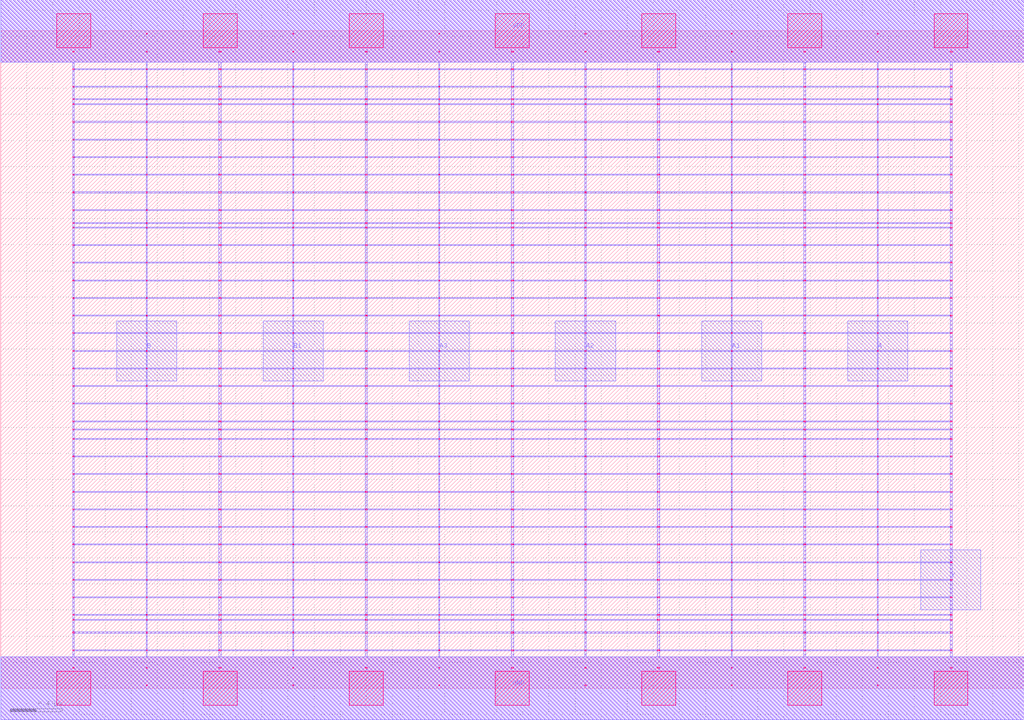
<source format=lef>
MACRO AAOI42_DEBUG
 CLASS CORE ;
 FOREIGN AAOI42_DEBUG 0 0 ;
 SIZE 7.84 BY 5.04 ;
 ORIGIN 0 0 ;
 SYMMETRY X Y R90 ;
 SITE unit ;
  PIN VDD
   DIRECTION INOUT ;
   USE SIGNAL ;
   SHAPE ABUTMENT ;
    PORT
     CLASS CORE ;
       LAYER met1 ;
        RECT 0.00000000 4.80000000 7.84000000 5.28000000 ;
       LAYER met2 ;
        RECT 0.00000000 4.80000000 7.84000000 5.28000000 ;
    END
  END VDD

  PIN GND
   DIRECTION INOUT ;
   USE SIGNAL ;
   SHAPE ABUTMENT ;
    PORT
     CLASS CORE ;
       LAYER met1 ;
        RECT 0.00000000 -0.24000000 7.84000000 0.24000000 ;
       LAYER met2 ;
        RECT 0.00000000 -0.24000000 7.84000000 0.24000000 ;
    END
  END GND

  PIN Y
   DIRECTION INOUT ;
   USE SIGNAL ;
   SHAPE ABUTMENT ;
    PORT
     CLASS CORE ;
       LAYER met2 ;
        RECT 7.05000000 0.60200000 7.51000000 1.06200000 ;
    END
  END Y

  PIN B
   DIRECTION INOUT ;
   USE SIGNAL ;
   SHAPE ABUTMENT ;
    PORT
     CLASS CORE ;
       LAYER met2 ;
        RECT 0.89000000 2.35700000 1.35000000 2.81700000 ;
    END
  END B

  PIN A2
   DIRECTION INOUT ;
   USE SIGNAL ;
   SHAPE ABUTMENT ;
    PORT
     CLASS CORE ;
       LAYER met2 ;
        RECT 4.25000000 2.35700000 4.71000000 2.81700000 ;
    END
  END A2

  PIN A1
   DIRECTION INOUT ;
   USE SIGNAL ;
   SHAPE ABUTMENT ;
    PORT
     CLASS CORE ;
       LAYER met2 ;
        RECT 5.37000000 2.35700000 5.83000000 2.81700000 ;
    END
  END A1

  PIN B1
   DIRECTION INOUT ;
   USE SIGNAL ;
   SHAPE ABUTMENT ;
    PORT
     CLASS CORE ;
       LAYER met2 ;
        RECT 2.01000000 2.35700000 2.47000000 2.81700000 ;
    END
  END B1

  PIN A3
   DIRECTION INOUT ;
   USE SIGNAL ;
   SHAPE ABUTMENT ;
    PORT
     CLASS CORE ;
       LAYER met2 ;
        RECT 3.13000000 2.35700000 3.59000000 2.81700000 ;
    END
  END A3

  PIN A
   DIRECTION INOUT ;
   USE SIGNAL ;
   SHAPE ABUTMENT ;
    PORT
     CLASS CORE ;
       LAYER met2 ;
        RECT 6.49000000 2.35700000 6.95000000 2.81700000 ;
    END
  END A

 OBS
    LAYER polycont ;
     RECT 0.55100000 2.58300000 0.56400000 2.59100000 ;
     RECT 1.11600000 2.58300000 1.12400000 2.59100000 ;
     RECT 1.67100000 2.58300000 1.68900000 2.59100000 ;
     RECT 2.23600000 2.58300000 2.24400000 2.59100000 ;
     RECT 2.79100000 2.58300000 2.80900000 2.59100000 ;
     RECT 3.35600000 2.58300000 3.36400000 2.59100000 ;
     RECT 3.91100000 2.58300000 3.92900000 2.59100000 ;
     RECT 4.47600000 2.58300000 4.48400000 2.59100000 ;
     RECT 5.03100000 2.58300000 5.04900000 2.59100000 ;
     RECT 5.59600000 2.58300000 5.60400000 2.59100000 ;
     RECT 6.15100000 2.58300000 6.16900000 2.59100000 ;
     RECT 6.71600000 2.58300000 6.72400000 2.59100000 ;
     RECT 7.27600000 2.58300000 7.28900000 2.59100000 ;
     RECT 0.55100000 2.71800000 0.56400000 2.72600000 ;
     RECT 1.11600000 2.71800000 1.12400000 2.72600000 ;
     RECT 1.67100000 2.71800000 1.68900000 2.72600000 ;
     RECT 2.23600000 2.71800000 2.24400000 2.72600000 ;
     RECT 2.79100000 2.71800000 2.80900000 2.72600000 ;
     RECT 3.35600000 2.71800000 3.36400000 2.72600000 ;
     RECT 3.91100000 2.71800000 3.92900000 2.72600000 ;
     RECT 4.47600000 2.71800000 4.48400000 2.72600000 ;
     RECT 5.03100000 2.71800000 5.04900000 2.72600000 ;
     RECT 5.59600000 2.71800000 5.60400000 2.72600000 ;
     RECT 6.15100000 2.71800000 6.16900000 2.72600000 ;
     RECT 6.71600000 2.71800000 6.72400000 2.72600000 ;
     RECT 7.27600000 2.71800000 7.28900000 2.72600000 ;
     RECT 0.55100000 2.85300000 0.56400000 2.86100000 ;
     RECT 1.11600000 2.85300000 1.12400000 2.86100000 ;
     RECT 1.67100000 2.85300000 1.68900000 2.86100000 ;
     RECT 2.23600000 2.85300000 2.24400000 2.86100000 ;
     RECT 2.79100000 2.85300000 2.80900000 2.86100000 ;
     RECT 3.35600000 2.85300000 3.36400000 2.86100000 ;
     RECT 3.91100000 2.85300000 3.92900000 2.86100000 ;
     RECT 4.47600000 2.85300000 4.48400000 2.86100000 ;
     RECT 5.03100000 2.85300000 5.04900000 2.86100000 ;
     RECT 5.59600000 2.85300000 5.60400000 2.86100000 ;
     RECT 6.15100000 2.85300000 6.16900000 2.86100000 ;
     RECT 6.71600000 2.85300000 6.72400000 2.86100000 ;
     RECT 7.27600000 2.85300000 7.28900000 2.86100000 ;
     RECT 0.55100000 2.98800000 0.56400000 2.99600000 ;
     RECT 1.11600000 2.98800000 1.12400000 2.99600000 ;
     RECT 1.67100000 2.98800000 1.68900000 2.99600000 ;
     RECT 2.23600000 2.98800000 2.24400000 2.99600000 ;
     RECT 2.79100000 2.98800000 2.80900000 2.99600000 ;
     RECT 3.35600000 2.98800000 3.36400000 2.99600000 ;
     RECT 3.91100000 2.98800000 3.92900000 2.99600000 ;
     RECT 4.47600000 2.98800000 4.48400000 2.99600000 ;
     RECT 5.03100000 2.98800000 5.04900000 2.99600000 ;
     RECT 5.59600000 2.98800000 5.60400000 2.99600000 ;
     RECT 6.15100000 2.98800000 6.16900000 2.99600000 ;
     RECT 6.71600000 2.98800000 6.72400000 2.99600000 ;
     RECT 7.27600000 2.98800000 7.28900000 2.99600000 ;

    LAYER pdiffc ;
     RECT 0.55100000 3.39300000 0.55900000 3.40100000 ;
     RECT 7.28100000 3.39300000 7.28900000 3.40100000 ;
     RECT 0.55100000 3.52800000 0.55900000 3.53600000 ;
     RECT 7.28100000 3.52800000 7.28900000 3.53600000 ;
     RECT 0.55100000 3.56100000 0.55900000 3.56900000 ;
     RECT 7.28100000 3.56100000 7.28900000 3.56900000 ;
     RECT 0.55100000 3.66300000 0.55900000 3.67100000 ;
     RECT 7.28100000 3.66300000 7.28900000 3.67100000 ;
     RECT 0.55100000 3.79800000 0.55900000 3.80600000 ;
     RECT 7.28100000 3.79800000 7.28900000 3.80600000 ;
     RECT 0.55100000 3.93300000 0.55900000 3.94100000 ;
     RECT 7.28100000 3.93300000 7.28900000 3.94100000 ;
     RECT 0.55100000 4.06800000 0.55900000 4.07600000 ;
     RECT 7.28100000 4.06800000 7.28900000 4.07600000 ;
     RECT 0.55100000 4.20300000 0.55900000 4.21100000 ;
     RECT 7.28100000 4.20300000 7.28900000 4.21100000 ;
     RECT 0.55100000 4.33800000 0.55900000 4.34600000 ;
     RECT 7.28100000 4.33800000 7.28900000 4.34600000 ;
     RECT 0.55100000 4.47300000 0.55900000 4.48100000 ;
     RECT 7.28100000 4.47300000 7.28900000 4.48100000 ;
     RECT 0.55100000 4.51100000 0.55900000 4.51900000 ;
     RECT 7.28100000 4.51100000 7.28900000 4.51900000 ;
     RECT 0.55100000 4.60800000 0.55900000 4.61600000 ;
     RECT 7.28100000 4.60800000 7.28900000 4.61600000 ;

    LAYER ndiffc ;
     RECT 3.91100000 0.42300000 3.92900000 0.43100000 ;
     RECT 3.91100000 0.52100000 3.92900000 0.52900000 ;
     RECT 3.91100000 0.55800000 3.92900000 0.56600000 ;
     RECT 3.91100000 0.69300000 3.92900000 0.70100000 ;
     RECT 3.91100000 0.82800000 3.92900000 0.83600000 ;
     RECT 3.91100000 0.96300000 3.92900000 0.97100000 ;
     RECT 3.91100000 1.09800000 3.92900000 1.10600000 ;
     RECT 3.91100000 1.23300000 3.92900000 1.24100000 ;
     RECT 3.91100000 1.36800000 3.92900000 1.37600000 ;
     RECT 3.91100000 1.50300000 3.92900000 1.51100000 ;
     RECT 3.91100000 1.63800000 3.92900000 1.64600000 ;
     RECT 3.91100000 1.77300000 3.92900000 1.78100000 ;
     RECT 3.91100000 1.90800000 3.92900000 1.91600000 ;
     RECT 3.91100000 1.98100000 3.92900000 1.98900000 ;
     RECT 3.91100000 2.04300000 3.92900000 2.05100000 ;
     RECT 7.27600000 0.69300000 7.28900000 0.70100000 ;
     RECT 5.03100000 0.42300000 5.04900000 0.43100000 ;
     RECT 5.03100000 0.82800000 5.04900000 0.83600000 ;
     RECT 6.15100000 0.82800000 6.16900000 0.83600000 ;
     RECT 7.27600000 0.82800000 7.28900000 0.83600000 ;
     RECT 5.03100000 0.52100000 5.04900000 0.52900000 ;
     RECT 5.03100000 0.96300000 5.04900000 0.97100000 ;
     RECT 6.15100000 0.96300000 6.16900000 0.97100000 ;
     RECT 7.27600000 0.96300000 7.28900000 0.97100000 ;
     RECT 6.15100000 0.52100000 6.16900000 0.52900000 ;
     RECT 5.03100000 1.09800000 5.04900000 1.10600000 ;
     RECT 6.15100000 1.09800000 6.16900000 1.10600000 ;
     RECT 7.27600000 1.09800000 7.28900000 1.10600000 ;
     RECT 7.27600000 0.52100000 7.28900000 0.52900000 ;
     RECT 5.03100000 1.23300000 5.04900000 1.24100000 ;
     RECT 6.15100000 1.23300000 6.16900000 1.24100000 ;
     RECT 7.27600000 1.23300000 7.28900000 1.24100000 ;
     RECT 6.15100000 0.42300000 6.16900000 0.43100000 ;
     RECT 5.03100000 1.36800000 5.04900000 1.37600000 ;
     RECT 6.15100000 1.36800000 6.16900000 1.37600000 ;
     RECT 7.27600000 1.36800000 7.28900000 1.37600000 ;
     RECT 5.03100000 0.55800000 5.04900000 0.56600000 ;
     RECT 5.03100000 1.50300000 5.04900000 1.51100000 ;
     RECT 6.15100000 1.50300000 6.16900000 1.51100000 ;
     RECT 7.27600000 1.50300000 7.28900000 1.51100000 ;
     RECT 6.15100000 0.55800000 6.16900000 0.56600000 ;
     RECT 5.03100000 1.63800000 5.04900000 1.64600000 ;
     RECT 6.15100000 1.63800000 6.16900000 1.64600000 ;
     RECT 7.27600000 1.63800000 7.28900000 1.64600000 ;
     RECT 7.27600000 0.55800000 7.28900000 0.56600000 ;
     RECT 5.03100000 1.77300000 5.04900000 1.78100000 ;
     RECT 6.15100000 1.77300000 6.16900000 1.78100000 ;
     RECT 7.27600000 1.77300000 7.28900000 1.78100000 ;
     RECT 7.27600000 0.42300000 7.28900000 0.43100000 ;
     RECT 5.03100000 1.90800000 5.04900000 1.91600000 ;
     RECT 6.15100000 1.90800000 6.16900000 1.91600000 ;
     RECT 7.27600000 1.90800000 7.28900000 1.91600000 ;
     RECT 5.03100000 0.69300000 5.04900000 0.70100000 ;
     RECT 5.03100000 1.98100000 5.04900000 1.98900000 ;
     RECT 6.15100000 1.98100000 6.16900000 1.98900000 ;
     RECT 7.27600000 1.98100000 7.28900000 1.98900000 ;
     RECT 6.15100000 0.69300000 6.16900000 0.70100000 ;
     RECT 5.03100000 2.04300000 5.04900000 2.05100000 ;
     RECT 6.15100000 2.04300000 6.16900000 2.05100000 ;
     RECT 7.27600000 2.04300000 7.28900000 2.05100000 ;
     RECT 2.79100000 0.52100000 2.80900000 0.52900000 ;
     RECT 1.67100000 0.42300000 1.68900000 0.43100000 ;
     RECT 0.55100000 0.96300000 0.56400000 0.97100000 ;
     RECT 0.55100000 1.50300000 0.56400000 1.51100000 ;
     RECT 1.67100000 1.50300000 1.68900000 1.51100000 ;
     RECT 2.79100000 1.50300000 2.80900000 1.51100000 ;
     RECT 1.67100000 0.96300000 1.68900000 0.97100000 ;
     RECT 2.79100000 0.96300000 2.80900000 0.97100000 ;
     RECT 2.79100000 0.42300000 2.80900000 0.43100000 ;
     RECT 0.55100000 0.69300000 0.56400000 0.70100000 ;
     RECT 0.55100000 1.63800000 0.56400000 1.64600000 ;
     RECT 1.67100000 1.63800000 1.68900000 1.64600000 ;
     RECT 2.79100000 1.63800000 2.80900000 1.64600000 ;
     RECT 1.67100000 0.69300000 1.68900000 0.70100000 ;
     RECT 2.79100000 0.69300000 2.80900000 0.70100000 ;
     RECT 0.55100000 1.09800000 0.56400000 1.10600000 ;
     RECT 1.67100000 1.09800000 1.68900000 1.10600000 ;
     RECT 0.55100000 1.77300000 0.56400000 1.78100000 ;
     RECT 1.67100000 1.77300000 1.68900000 1.78100000 ;
     RECT 2.79100000 1.77300000 2.80900000 1.78100000 ;
     RECT 2.79100000 1.09800000 2.80900000 1.10600000 ;
     RECT 0.55100000 0.42300000 0.56400000 0.43100000 ;
     RECT 0.55100000 0.52100000 0.56400000 0.52900000 ;
     RECT 0.55100000 0.55800000 0.56400000 0.56600000 ;
     RECT 0.55100000 1.90800000 0.56400000 1.91600000 ;
     RECT 1.67100000 1.90800000 1.68900000 1.91600000 ;
     RECT 2.79100000 1.90800000 2.80900000 1.91600000 ;
     RECT 1.67100000 0.55800000 1.68900000 0.56600000 ;
     RECT 0.55100000 1.23300000 0.56400000 1.24100000 ;
     RECT 1.67100000 1.23300000 1.68900000 1.24100000 ;
     RECT 2.79100000 1.23300000 2.80900000 1.24100000 ;
     RECT 0.55100000 1.98100000 0.56400000 1.98900000 ;
     RECT 1.67100000 1.98100000 1.68900000 1.98900000 ;
     RECT 2.79100000 1.98100000 2.80900000 1.98900000 ;
     RECT 0.55100000 0.82800000 0.56400000 0.83600000 ;
     RECT 1.67100000 0.82800000 1.68900000 0.83600000 ;
     RECT 2.79100000 0.82800000 2.80900000 0.83600000 ;
     RECT 2.79100000 0.55800000 2.80900000 0.56600000 ;
     RECT 0.55100000 2.04300000 0.56400000 2.05100000 ;
     RECT 1.67100000 2.04300000 1.68900000 2.05100000 ;
     RECT 2.79100000 2.04300000 2.80900000 2.05100000 ;
     RECT 0.55100000 1.36800000 0.56400000 1.37600000 ;
     RECT 1.67100000 1.36800000 1.68900000 1.37600000 ;
     RECT 2.79100000 1.36800000 2.80900000 1.37600000 ;
     RECT 1.67100000 0.52100000 1.68900000 0.52900000 ;

    LAYER met1 ;
     RECT 0.00000000 -0.24000000 7.84000000 0.24000000 ;
     RECT 3.91100000 0.24000000 3.92900000 0.28800000 ;
     RECT 0.55100000 0.28800000 7.28900000 0.29600000 ;
     RECT 3.91100000 0.29600000 3.92900000 0.42300000 ;
     RECT 0.55100000 0.42300000 7.28900000 0.43100000 ;
     RECT 3.91100000 0.43100000 3.92900000 0.52100000 ;
     RECT 0.55100000 0.52100000 7.28900000 0.52900000 ;
     RECT 3.91100000 0.52900000 3.92900000 0.55800000 ;
     RECT 0.55100000 0.55800000 7.28900000 0.56600000 ;
     RECT 3.91100000 0.56600000 3.92900000 0.69300000 ;
     RECT 0.55100000 0.69300000 7.28900000 0.70100000 ;
     RECT 3.91100000 0.70100000 3.92900000 0.82800000 ;
     RECT 0.55100000 0.82800000 7.28900000 0.83600000 ;
     RECT 3.91100000 0.83600000 3.92900000 0.96300000 ;
     RECT 0.55100000 0.96300000 7.28900000 0.97100000 ;
     RECT 3.91100000 0.97100000 3.92900000 1.09800000 ;
     RECT 0.55100000 1.09800000 7.28900000 1.10600000 ;
     RECT 3.91100000 1.10600000 3.92900000 1.23300000 ;
     RECT 0.55100000 1.23300000 7.28900000 1.24100000 ;
     RECT 3.91100000 1.24100000 3.92900000 1.36800000 ;
     RECT 0.55100000 1.36800000 7.28900000 1.37600000 ;
     RECT 3.91100000 1.37600000 3.92900000 1.50300000 ;
     RECT 0.55100000 1.50300000 7.28900000 1.51100000 ;
     RECT 3.91100000 1.51100000 3.92900000 1.63800000 ;
     RECT 0.55100000 1.63800000 7.28900000 1.64600000 ;
     RECT 3.91100000 1.64600000 3.92900000 1.77300000 ;
     RECT 0.55100000 1.77300000 7.28900000 1.78100000 ;
     RECT 3.91100000 1.78100000 3.92900000 1.90800000 ;
     RECT 0.55100000 1.90800000 7.28900000 1.91600000 ;
     RECT 3.91100000 1.91600000 3.92900000 1.98100000 ;
     RECT 0.55100000 1.98100000 7.28900000 1.98900000 ;
     RECT 3.91100000 1.98900000 3.92900000 2.04300000 ;
     RECT 0.55100000 2.04300000 7.28900000 2.05100000 ;
     RECT 3.91100000 2.05100000 3.92900000 2.17800000 ;
     RECT 0.55100000 2.17800000 7.28900000 2.18600000 ;
     RECT 3.91100000 2.18600000 3.92900000 2.31300000 ;
     RECT 0.55100000 2.31300000 7.28900000 2.32100000 ;
     RECT 3.91100000 2.32100000 3.92900000 2.44800000 ;
     RECT 0.55100000 2.44800000 7.28900000 2.45600000 ;
     RECT 0.55100000 2.45600000 0.56400000 2.58300000 ;
     RECT 1.11600000 2.45600000 1.12400000 2.58300000 ;
     RECT 1.67100000 2.45600000 1.68900000 2.58300000 ;
     RECT 2.23600000 2.45600000 2.24400000 2.58300000 ;
     RECT 2.79100000 2.45600000 2.80900000 2.58300000 ;
     RECT 3.35600000 2.45600000 3.36400000 2.58300000 ;
     RECT 3.91100000 2.45600000 3.92900000 2.58300000 ;
     RECT 4.47600000 2.45600000 4.48400000 2.58300000 ;
     RECT 5.03100000 2.45600000 5.04900000 2.58300000 ;
     RECT 5.59600000 2.45600000 5.60400000 2.58300000 ;
     RECT 6.15100000 2.45600000 6.16900000 2.58300000 ;
     RECT 6.71600000 2.45600000 6.72400000 2.58300000 ;
     RECT 7.27600000 2.45600000 7.28900000 2.58300000 ;
     RECT 0.55100000 2.58300000 7.28900000 2.59100000 ;
     RECT 3.91100000 2.59100000 3.92900000 2.71800000 ;
     RECT 0.55100000 2.71800000 7.28900000 2.72600000 ;
     RECT 3.91100000 2.72600000 3.92900000 2.85300000 ;
     RECT 0.55100000 2.85300000 7.28900000 2.86100000 ;
     RECT 3.91100000 2.86100000 3.92900000 2.98800000 ;
     RECT 0.55100000 2.98800000 7.28900000 2.99600000 ;
     RECT 3.91100000 2.99600000 3.92900000 3.12300000 ;
     RECT 0.55100000 3.12300000 7.28900000 3.13100000 ;
     RECT 3.91100000 3.13100000 3.92900000 3.25800000 ;
     RECT 0.55100000 3.25800000 7.28900000 3.26600000 ;
     RECT 3.91100000 3.26600000 3.92900000 3.39300000 ;
     RECT 0.55100000 3.39300000 7.28900000 3.40100000 ;
     RECT 3.91100000 3.40100000 3.92900000 3.52800000 ;
     RECT 0.55100000 3.52800000 7.28900000 3.53600000 ;
     RECT 3.91100000 3.53600000 3.92900000 3.56100000 ;
     RECT 0.55100000 3.56100000 7.28900000 3.56900000 ;
     RECT 3.91100000 3.56900000 3.92900000 3.66300000 ;
     RECT 0.55100000 3.66300000 7.28900000 3.67100000 ;
     RECT 3.91100000 3.67100000 3.92900000 3.79800000 ;
     RECT 0.55100000 3.79800000 7.28900000 3.80600000 ;
     RECT 3.91100000 3.80600000 3.92900000 3.93300000 ;
     RECT 0.55100000 3.93300000 7.28900000 3.94100000 ;
     RECT 3.91100000 3.94100000 3.92900000 4.06800000 ;
     RECT 0.55100000 4.06800000 7.28900000 4.07600000 ;
     RECT 3.91100000 4.07600000 3.92900000 4.20300000 ;
     RECT 0.55100000 4.20300000 7.28900000 4.21100000 ;
     RECT 3.91100000 4.21100000 3.92900000 4.33800000 ;
     RECT 0.55100000 4.33800000 7.28900000 4.34600000 ;
     RECT 3.91100000 4.34600000 3.92900000 4.47300000 ;
     RECT 0.55100000 4.47300000 7.28900000 4.48100000 ;
     RECT 3.91100000 4.48100000 3.92900000 4.51100000 ;
     RECT 0.55100000 4.51100000 7.28900000 4.51900000 ;
     RECT 3.91100000 4.51900000 3.92900000 4.60800000 ;
     RECT 0.55100000 4.60800000 7.28900000 4.61600000 ;
     RECT 3.91100000 4.61600000 3.92900000 4.74300000 ;
     RECT 0.55100000 4.74300000 7.28900000 4.75100000 ;
     RECT 3.91100000 4.75100000 3.92900000 4.80000000 ;
     RECT 0.00000000 4.80000000 7.84000000 5.28000000 ;
     RECT 4.47600000 3.80600000 4.48400000 3.93300000 ;
     RECT 5.03100000 3.80600000 5.04900000 3.93300000 ;
     RECT 5.59600000 3.80600000 5.60400000 3.93300000 ;
     RECT 6.15100000 3.80600000 6.16900000 3.93300000 ;
     RECT 6.71600000 3.80600000 6.72400000 3.93300000 ;
     RECT 7.27600000 3.80600000 7.28900000 3.93300000 ;
     RECT 6.15100000 3.94100000 6.16900000 4.06800000 ;
     RECT 6.71600000 3.94100000 6.72400000 4.06800000 ;
     RECT 7.27600000 3.94100000 7.28900000 4.06800000 ;
     RECT 6.15100000 4.07600000 6.16900000 4.20300000 ;
     RECT 6.71600000 4.07600000 6.72400000 4.20300000 ;
     RECT 7.27600000 4.07600000 7.28900000 4.20300000 ;
     RECT 6.15100000 4.21100000 6.16900000 4.33800000 ;
     RECT 6.71600000 4.21100000 6.72400000 4.33800000 ;
     RECT 7.27600000 4.21100000 7.28900000 4.33800000 ;
     RECT 6.15100000 4.34600000 6.16900000 4.47300000 ;
     RECT 6.71600000 4.34600000 6.72400000 4.47300000 ;
     RECT 7.27600000 4.34600000 7.28900000 4.47300000 ;
     RECT 6.15100000 4.48100000 6.16900000 4.51100000 ;
     RECT 6.71600000 4.48100000 6.72400000 4.51100000 ;
     RECT 7.27600000 4.48100000 7.28900000 4.51100000 ;
     RECT 6.15100000 4.51900000 6.16900000 4.60800000 ;
     RECT 6.71600000 4.51900000 6.72400000 4.60800000 ;
     RECT 7.27600000 4.51900000 7.28900000 4.60800000 ;
     RECT 6.15100000 4.61600000 6.16900000 4.74300000 ;
     RECT 6.71600000 4.61600000 6.72400000 4.74300000 ;
     RECT 7.27600000 4.61600000 7.28900000 4.74300000 ;
     RECT 6.15100000 4.75100000 6.16900000 4.80000000 ;
     RECT 6.71600000 4.75100000 6.72400000 4.80000000 ;
     RECT 7.27600000 4.75100000 7.28900000 4.80000000 ;
     RECT 4.47600000 4.48100000 4.48400000 4.51100000 ;
     RECT 5.03100000 4.48100000 5.04900000 4.51100000 ;
     RECT 5.59600000 4.48100000 5.60400000 4.51100000 ;
     RECT 4.47600000 4.21100000 4.48400000 4.33800000 ;
     RECT 5.03100000 4.21100000 5.04900000 4.33800000 ;
     RECT 5.59600000 4.21100000 5.60400000 4.33800000 ;
     RECT 4.47600000 4.51900000 4.48400000 4.60800000 ;
     RECT 5.03100000 4.51900000 5.04900000 4.60800000 ;
     RECT 5.59600000 4.51900000 5.60400000 4.60800000 ;
     RECT 4.47600000 4.07600000 4.48400000 4.20300000 ;
     RECT 5.03100000 4.07600000 5.04900000 4.20300000 ;
     RECT 5.59600000 4.07600000 5.60400000 4.20300000 ;
     RECT 4.47600000 4.61600000 4.48400000 4.74300000 ;
     RECT 5.03100000 4.61600000 5.04900000 4.74300000 ;
     RECT 5.59600000 4.61600000 5.60400000 4.74300000 ;
     RECT 4.47600000 4.34600000 4.48400000 4.47300000 ;
     RECT 5.03100000 4.34600000 5.04900000 4.47300000 ;
     RECT 5.59600000 4.34600000 5.60400000 4.47300000 ;
     RECT 4.47600000 4.75100000 4.48400000 4.80000000 ;
     RECT 5.03100000 4.75100000 5.04900000 4.80000000 ;
     RECT 5.59600000 4.75100000 5.60400000 4.80000000 ;
     RECT 4.47600000 3.94100000 4.48400000 4.06800000 ;
     RECT 5.03100000 3.94100000 5.04900000 4.06800000 ;
     RECT 5.59600000 3.94100000 5.60400000 4.06800000 ;
     RECT 5.03100000 3.40100000 5.04900000 3.52800000 ;
     RECT 5.59600000 3.40100000 5.60400000 3.52800000 ;
     RECT 4.47600000 3.53600000 4.48400000 3.56100000 ;
     RECT 5.03100000 3.53600000 5.04900000 3.56100000 ;
     RECT 5.59600000 3.53600000 5.60400000 3.56100000 ;
     RECT 5.59600000 2.59100000 5.60400000 2.71800000 ;
     RECT 4.47600000 3.56900000 4.48400000 3.66300000 ;
     RECT 4.47600000 2.59100000 4.48400000 2.71800000 ;
     RECT 5.03100000 2.59100000 5.04900000 2.71800000 ;
     RECT 5.03100000 3.56900000 5.04900000 3.66300000 ;
     RECT 5.59600000 3.56900000 5.60400000 3.66300000 ;
     RECT 4.47600000 2.86100000 4.48400000 2.98800000 ;
     RECT 5.03100000 2.86100000 5.04900000 2.98800000 ;
     RECT 4.47600000 2.99600000 4.48400000 3.12300000 ;
     RECT 5.03100000 2.99600000 5.04900000 3.12300000 ;
     RECT 4.47600000 3.13100000 4.48400000 3.25800000 ;
     RECT 5.03100000 3.13100000 5.04900000 3.25800000 ;
     RECT 4.47600000 3.67100000 4.48400000 3.79800000 ;
     RECT 5.03100000 3.67100000 5.04900000 3.79800000 ;
     RECT 5.59600000 3.67100000 5.60400000 3.79800000 ;
     RECT 5.59600000 2.86100000 5.60400000 2.98800000 ;
     RECT 4.47600000 2.72600000 4.48400000 2.85300000 ;
     RECT 5.03100000 2.72600000 5.04900000 2.85300000 ;
     RECT 5.59600000 3.13100000 5.60400000 3.25800000 ;
     RECT 5.59600000 2.99600000 5.60400000 3.12300000 ;
     RECT 4.47600000 3.26600000 4.48400000 3.39300000 ;
     RECT 5.03100000 3.26600000 5.04900000 3.39300000 ;
     RECT 5.59600000 3.26600000 5.60400000 3.39300000 ;
     RECT 5.59600000 2.72600000 5.60400000 2.85300000 ;
     RECT 4.47600000 3.40100000 4.48400000 3.52800000 ;
     RECT 7.27600000 3.40100000 7.28900000 3.52800000 ;
     RECT 6.71600000 2.59100000 6.72400000 2.71800000 ;
     RECT 7.27600000 2.59100000 7.28900000 2.71800000 ;
     RECT 6.71600000 2.72600000 6.72400000 2.85300000 ;
     RECT 7.27600000 2.72600000 7.28900000 2.85300000 ;
     RECT 7.27600000 3.13100000 7.28900000 3.25800000 ;
     RECT 6.15100000 2.72600000 6.16900000 2.85300000 ;
     RECT 6.15100000 3.67100000 6.16900000 3.79800000 ;
     RECT 6.71600000 3.67100000 6.72400000 3.79800000 ;
     RECT 7.27600000 3.67100000 7.28900000 3.79800000 ;
     RECT 6.15100000 3.26600000 6.16900000 3.39300000 ;
     RECT 6.15100000 2.86100000 6.16900000 2.98800000 ;
     RECT 6.15100000 3.53600000 6.16900000 3.56100000 ;
     RECT 6.71600000 3.53600000 6.72400000 3.56100000 ;
     RECT 7.27600000 3.53600000 7.28900000 3.56100000 ;
     RECT 6.71600000 3.26600000 6.72400000 3.39300000 ;
     RECT 6.15100000 2.59100000 6.16900000 2.71800000 ;
     RECT 7.27600000 3.26600000 7.28900000 3.39300000 ;
     RECT 6.15100000 2.99600000 6.16900000 3.12300000 ;
     RECT 6.71600000 2.86100000 6.72400000 2.98800000 ;
     RECT 7.27600000 2.86100000 7.28900000 2.98800000 ;
     RECT 6.15100000 3.40100000 6.16900000 3.52800000 ;
     RECT 6.15100000 3.13100000 6.16900000 3.25800000 ;
     RECT 6.71600000 3.40100000 6.72400000 3.52800000 ;
     RECT 6.15100000 3.56900000 6.16900000 3.66300000 ;
     RECT 6.71600000 3.56900000 6.72400000 3.66300000 ;
     RECT 6.71600000 2.99600000 6.72400000 3.12300000 ;
     RECT 7.27600000 2.99600000 7.28900000 3.12300000 ;
     RECT 7.27600000 3.56900000 7.28900000 3.66300000 ;
     RECT 6.71600000 3.13100000 6.72400000 3.25800000 ;
     RECT 0.55100000 3.80600000 0.56400000 3.93300000 ;
     RECT 1.11600000 3.80600000 1.12400000 3.93300000 ;
     RECT 1.67100000 3.80600000 1.68900000 3.93300000 ;
     RECT 2.23600000 3.80600000 2.24400000 3.93300000 ;
     RECT 2.79100000 3.80600000 2.80900000 3.93300000 ;
     RECT 3.35600000 3.80600000 3.36400000 3.93300000 ;
     RECT 2.23600000 4.21100000 2.24400000 4.33800000 ;
     RECT 2.79100000 4.21100000 2.80900000 4.33800000 ;
     RECT 3.35600000 4.21100000 3.36400000 4.33800000 ;
     RECT 2.23600000 4.34600000 2.24400000 4.47300000 ;
     RECT 2.79100000 4.34600000 2.80900000 4.47300000 ;
     RECT 3.35600000 4.34600000 3.36400000 4.47300000 ;
     RECT 2.23600000 4.48100000 2.24400000 4.51100000 ;
     RECT 2.79100000 4.48100000 2.80900000 4.51100000 ;
     RECT 3.35600000 4.48100000 3.36400000 4.51100000 ;
     RECT 2.23600000 4.51900000 2.24400000 4.60800000 ;
     RECT 2.79100000 4.51900000 2.80900000 4.60800000 ;
     RECT 3.35600000 4.51900000 3.36400000 4.60800000 ;
     RECT 2.23600000 4.61600000 2.24400000 4.74300000 ;
     RECT 2.79100000 4.61600000 2.80900000 4.74300000 ;
     RECT 3.35600000 4.61600000 3.36400000 4.74300000 ;
     RECT 2.23600000 3.94100000 2.24400000 4.06800000 ;
     RECT 2.79100000 3.94100000 2.80900000 4.06800000 ;
     RECT 3.35600000 3.94100000 3.36400000 4.06800000 ;
     RECT 2.23600000 4.07600000 2.24400000 4.20300000 ;
     RECT 2.23600000 4.75100000 2.24400000 4.80000000 ;
     RECT 2.79100000 4.75100000 2.80900000 4.80000000 ;
     RECT 3.35600000 4.75100000 3.36400000 4.80000000 ;
     RECT 2.79100000 4.07600000 2.80900000 4.20300000 ;
     RECT 3.35600000 4.07600000 3.36400000 4.20300000 ;
     RECT 0.55100000 4.51900000 0.56400000 4.60800000 ;
     RECT 1.11600000 4.51900000 1.12400000 4.60800000 ;
     RECT 1.67100000 4.51900000 1.68900000 4.60800000 ;
     RECT 0.55100000 4.07600000 0.56400000 4.20300000 ;
     RECT 1.11600000 4.07600000 1.12400000 4.20300000 ;
     RECT 1.67100000 4.07600000 1.68900000 4.20300000 ;
     RECT 0.55100000 4.61600000 0.56400000 4.74300000 ;
     RECT 1.11600000 4.61600000 1.12400000 4.74300000 ;
     RECT 1.67100000 4.61600000 1.68900000 4.74300000 ;
     RECT 0.55100000 4.34600000 0.56400000 4.47300000 ;
     RECT 1.11600000 4.34600000 1.12400000 4.47300000 ;
     RECT 1.67100000 4.34600000 1.68900000 4.47300000 ;
     RECT 0.55100000 3.94100000 0.56400000 4.06800000 ;
     RECT 1.11600000 3.94100000 1.12400000 4.06800000 ;
     RECT 1.67100000 3.94100000 1.68900000 4.06800000 ;
     RECT 0.55100000 4.48100000 0.56400000 4.51100000 ;
     RECT 0.55100000 4.75100000 0.56400000 4.80000000 ;
     RECT 1.11600000 4.75100000 1.12400000 4.80000000 ;
     RECT 1.67100000 4.75100000 1.68900000 4.80000000 ;
     RECT 1.11600000 4.48100000 1.12400000 4.51100000 ;
     RECT 1.67100000 4.48100000 1.68900000 4.51100000 ;
     RECT 0.55100000 4.21100000 0.56400000 4.33800000 ;
     RECT 1.11600000 4.21100000 1.12400000 4.33800000 ;
     RECT 1.67100000 4.21100000 1.68900000 4.33800000 ;
     RECT 1.67100000 3.13100000 1.68900000 3.25800000 ;
     RECT 0.55100000 2.86100000 0.56400000 2.98800000 ;
     RECT 1.67100000 2.86100000 1.68900000 2.98800000 ;
     RECT 0.55100000 3.53600000 0.56400000 3.56100000 ;
     RECT 1.11600000 3.53600000 1.12400000 3.56100000 ;
     RECT 1.67100000 3.67100000 1.68900000 3.79800000 ;
     RECT 1.67100000 3.26600000 1.68900000 3.39300000 ;
     RECT 1.67100000 3.53600000 1.68900000 3.56100000 ;
     RECT 1.11600000 2.86100000 1.12400000 2.98800000 ;
     RECT 0.55100000 3.56900000 0.56400000 3.66300000 ;
     RECT 1.11600000 3.56900000 1.12400000 3.66300000 ;
     RECT 1.67100000 3.56900000 1.68900000 3.66300000 ;
     RECT 1.67100000 2.72600000 1.68900000 2.85300000 ;
     RECT 0.55100000 2.99600000 0.56400000 3.12300000 ;
     RECT 1.11600000 2.99600000 1.12400000 3.12300000 ;
     RECT 1.67100000 3.40100000 1.68900000 3.52800000 ;
     RECT 0.55100000 2.59100000 0.56400000 2.71800000 ;
     RECT 1.11600000 2.59100000 1.12400000 2.71800000 ;
     RECT 0.55100000 2.72600000 0.56400000 2.85300000 ;
     RECT 1.11600000 2.72600000 1.12400000 2.85300000 ;
     RECT 0.55100000 3.13100000 0.56400000 3.25800000 ;
     RECT 1.67100000 2.59100000 1.68900000 2.71800000 ;
     RECT 0.55100000 3.26600000 0.56400000 3.39300000 ;
     RECT 1.11600000 3.26600000 1.12400000 3.39300000 ;
     RECT 0.55100000 3.67100000 0.56400000 3.79800000 ;
     RECT 1.11600000 3.67100000 1.12400000 3.79800000 ;
     RECT 1.11600000 3.13100000 1.12400000 3.25800000 ;
     RECT 1.67100000 2.99600000 1.68900000 3.12300000 ;
     RECT 0.55100000 3.40100000 0.56400000 3.52800000 ;
     RECT 1.11600000 3.40100000 1.12400000 3.52800000 ;
     RECT 2.79100000 3.26600000 2.80900000 3.39300000 ;
     RECT 3.35600000 3.26600000 3.36400000 3.39300000 ;
     RECT 2.23600000 3.40100000 2.24400000 3.52800000 ;
     RECT 2.23600000 3.53600000 2.24400000 3.56100000 ;
     RECT 2.79100000 3.53600000 2.80900000 3.56100000 ;
     RECT 2.79100000 2.72600000 2.80900000 2.85300000 ;
     RECT 3.35600000 2.72600000 3.36400000 2.85300000 ;
     RECT 3.35600000 3.53600000 3.36400000 3.56100000 ;
     RECT 2.79100000 2.59100000 2.80900000 2.71800000 ;
     RECT 3.35600000 2.59100000 3.36400000 2.71800000 ;
     RECT 2.23600000 2.59100000 2.24400000 2.71800000 ;
     RECT 2.23600000 2.86100000 2.24400000 2.98800000 ;
     RECT 2.79100000 3.40100000 2.80900000 3.52800000 ;
     RECT 2.23600000 3.13100000 2.24400000 3.25800000 ;
     RECT 2.79100000 3.13100000 2.80900000 3.25800000 ;
     RECT 2.23600000 3.56900000 2.24400000 3.66300000 ;
     RECT 2.79100000 3.56900000 2.80900000 3.66300000 ;
     RECT 3.35600000 3.56900000 3.36400000 3.66300000 ;
     RECT 3.35600000 3.13100000 3.36400000 3.25800000 ;
     RECT 2.23600000 2.72600000 2.24400000 2.85300000 ;
     RECT 2.79100000 2.86100000 2.80900000 2.98800000 ;
     RECT 3.35600000 2.86100000 3.36400000 2.98800000 ;
     RECT 2.23600000 3.67100000 2.24400000 3.79800000 ;
     RECT 2.79100000 3.67100000 2.80900000 3.79800000 ;
     RECT 3.35600000 3.67100000 3.36400000 3.79800000 ;
     RECT 2.23600000 2.99600000 2.24400000 3.12300000 ;
     RECT 2.79100000 2.99600000 2.80900000 3.12300000 ;
     RECT 3.35600000 2.99600000 3.36400000 3.12300000 ;
     RECT 3.35600000 3.40100000 3.36400000 3.52800000 ;
     RECT 2.23600000 3.26600000 2.24400000 3.39300000 ;
     RECT 0.55100000 1.10600000 0.56400000 1.23300000 ;
     RECT 1.11600000 1.10600000 1.12400000 1.23300000 ;
     RECT 1.67100000 1.10600000 1.68900000 1.23300000 ;
     RECT 2.23600000 1.10600000 2.24400000 1.23300000 ;
     RECT 2.79100000 1.10600000 2.80900000 1.23300000 ;
     RECT 3.35600000 1.10600000 3.36400000 1.23300000 ;
     RECT 2.23600000 1.78100000 2.24400000 1.90800000 ;
     RECT 2.79100000 1.78100000 2.80900000 1.90800000 ;
     RECT 3.35600000 1.78100000 3.36400000 1.90800000 ;
     RECT 2.23600000 1.91600000 2.24400000 1.98100000 ;
     RECT 2.79100000 1.91600000 2.80900000 1.98100000 ;
     RECT 3.35600000 1.91600000 3.36400000 1.98100000 ;
     RECT 2.23600000 1.98900000 2.24400000 2.04300000 ;
     RECT 2.79100000 1.98900000 2.80900000 2.04300000 ;
     RECT 3.35600000 1.98900000 3.36400000 2.04300000 ;
     RECT 2.23600000 2.05100000 2.24400000 2.17800000 ;
     RECT 2.79100000 2.05100000 2.80900000 2.17800000 ;
     RECT 3.35600000 2.05100000 3.36400000 2.17800000 ;
     RECT 2.23600000 2.18600000 2.24400000 2.31300000 ;
     RECT 2.79100000 2.18600000 2.80900000 2.31300000 ;
     RECT 3.35600000 2.18600000 3.36400000 2.31300000 ;
     RECT 2.23600000 2.32100000 2.24400000 2.44800000 ;
     RECT 2.79100000 2.32100000 2.80900000 2.44800000 ;
     RECT 3.35600000 2.32100000 3.36400000 2.44800000 ;
     RECT 2.23600000 1.51100000 2.24400000 1.63800000 ;
     RECT 2.79100000 1.51100000 2.80900000 1.63800000 ;
     RECT 3.35600000 1.51100000 3.36400000 1.63800000 ;
     RECT 2.23600000 1.64600000 2.24400000 1.77300000 ;
     RECT 2.79100000 1.64600000 2.80900000 1.77300000 ;
     RECT 3.35600000 1.64600000 3.36400000 1.77300000 ;
     RECT 2.23600000 1.24100000 2.24400000 1.36800000 ;
     RECT 2.79100000 1.24100000 2.80900000 1.36800000 ;
     RECT 3.35600000 1.24100000 3.36400000 1.36800000 ;
     RECT 2.23600000 1.37600000 2.24400000 1.50300000 ;
     RECT 2.79100000 1.37600000 2.80900000 1.50300000 ;
     RECT 3.35600000 1.37600000 3.36400000 1.50300000 ;
     RECT 1.67100000 2.18600000 1.68900000 2.31300000 ;
     RECT 1.67100000 1.91600000 1.68900000 1.98100000 ;
     RECT 1.11600000 1.64600000 1.12400000 1.77300000 ;
     RECT 0.55100000 1.78100000 0.56400000 1.90800000 ;
     RECT 0.55100000 2.32100000 0.56400000 2.44800000 ;
     RECT 1.11600000 2.32100000 1.12400000 2.44800000 ;
     RECT 1.67100000 2.32100000 1.68900000 2.44800000 ;
     RECT 1.11600000 1.78100000 1.12400000 1.90800000 ;
     RECT 0.55100000 1.98900000 0.56400000 2.04300000 ;
     RECT 1.11600000 1.98900000 1.12400000 2.04300000 ;
     RECT 1.67100000 1.98900000 1.68900000 2.04300000 ;
     RECT 1.67100000 1.78100000 1.68900000 1.90800000 ;
     RECT 1.67100000 1.64600000 1.68900000 1.77300000 ;
     RECT 1.67100000 1.51100000 1.68900000 1.63800000 ;
     RECT 0.55100000 2.05100000 0.56400000 2.17800000 ;
     RECT 1.11600000 2.05100000 1.12400000 2.17800000 ;
     RECT 0.55100000 1.24100000 0.56400000 1.36800000 ;
     RECT 1.11600000 1.24100000 1.12400000 1.36800000 ;
     RECT 1.67100000 1.24100000 1.68900000 1.36800000 ;
     RECT 1.67100000 2.05100000 1.68900000 2.17800000 ;
     RECT 0.55100000 1.64600000 0.56400000 1.77300000 ;
     RECT 0.55100000 1.91600000 0.56400000 1.98100000 ;
     RECT 0.55100000 1.37600000 0.56400000 1.50300000 ;
     RECT 1.11600000 1.37600000 1.12400000 1.50300000 ;
     RECT 1.67100000 1.37600000 1.68900000 1.50300000 ;
     RECT 1.11600000 1.91600000 1.12400000 1.98100000 ;
     RECT 0.55100000 2.18600000 0.56400000 2.31300000 ;
     RECT 1.11600000 2.18600000 1.12400000 2.31300000 ;
     RECT 0.55100000 1.51100000 0.56400000 1.63800000 ;
     RECT 1.11600000 1.51100000 1.12400000 1.63800000 ;
     RECT 1.67100000 0.24000000 1.68900000 0.28800000 ;
     RECT 0.55100000 0.56600000 0.56400000 0.69300000 ;
     RECT 1.67100000 0.56600000 1.68900000 0.69300000 ;
     RECT 1.11600000 0.56600000 1.12400000 0.69300000 ;
     RECT 1.11600000 0.52900000 1.12400000 0.55800000 ;
     RECT 1.67100000 0.52900000 1.68900000 0.55800000 ;
     RECT 0.55100000 0.24000000 0.56400000 0.28800000 ;
     RECT 0.55100000 0.43100000 0.56400000 0.52100000 ;
     RECT 1.11600000 0.43100000 1.12400000 0.52100000 ;
     RECT 1.11600000 0.24000000 1.12400000 0.28800000 ;
     RECT 0.55100000 0.52900000 0.56400000 0.55800000 ;
     RECT 0.55100000 0.29600000 0.56400000 0.42300000 ;
     RECT 1.11600000 0.29600000 1.12400000 0.42300000 ;
     RECT 0.55100000 0.70100000 0.56400000 0.82800000 ;
     RECT 1.11600000 0.70100000 1.12400000 0.82800000 ;
     RECT 1.67100000 0.43100000 1.68900000 0.52100000 ;
     RECT 1.67100000 0.70100000 1.68900000 0.82800000 ;
     RECT 1.67100000 0.29600000 1.68900000 0.42300000 ;
     RECT 0.55100000 0.83600000 0.56400000 0.96300000 ;
     RECT 1.11600000 0.83600000 1.12400000 0.96300000 ;
     RECT 1.67100000 0.83600000 1.68900000 0.96300000 ;
     RECT 0.55100000 0.97100000 0.56400000 1.09800000 ;
     RECT 1.11600000 0.97100000 1.12400000 1.09800000 ;
     RECT 1.67100000 0.97100000 1.68900000 1.09800000 ;
     RECT 3.35600000 0.70100000 3.36400000 0.82800000 ;
     RECT 2.23600000 0.56600000 2.24400000 0.69300000 ;
     RECT 2.23600000 0.29600000 2.24400000 0.42300000 ;
     RECT 2.79100000 0.56600000 2.80900000 0.69300000 ;
     RECT 3.35600000 0.56600000 3.36400000 0.69300000 ;
     RECT 2.79100000 0.52900000 2.80900000 0.55800000 ;
     RECT 2.23600000 0.83600000 2.24400000 0.96300000 ;
     RECT 2.79100000 0.83600000 2.80900000 0.96300000 ;
     RECT 3.35600000 0.83600000 3.36400000 0.96300000 ;
     RECT 2.79100000 0.29600000 2.80900000 0.42300000 ;
     RECT 3.35600000 0.29600000 3.36400000 0.42300000 ;
     RECT 3.35600000 0.52900000 3.36400000 0.55800000 ;
     RECT 3.35600000 0.24000000 3.36400000 0.28800000 ;
     RECT 2.23600000 0.43100000 2.24400000 0.52100000 ;
     RECT 2.79100000 0.24000000 2.80900000 0.28800000 ;
     RECT 2.23600000 0.97100000 2.24400000 1.09800000 ;
     RECT 2.79100000 0.97100000 2.80900000 1.09800000 ;
     RECT 3.35600000 0.97100000 3.36400000 1.09800000 ;
     RECT 2.23600000 0.52900000 2.24400000 0.55800000 ;
     RECT 2.23600000 0.24000000 2.24400000 0.28800000 ;
     RECT 2.79100000 0.43100000 2.80900000 0.52100000 ;
     RECT 3.35600000 0.43100000 3.36400000 0.52100000 ;
     RECT 2.23600000 0.70100000 2.24400000 0.82800000 ;
     RECT 2.79100000 0.70100000 2.80900000 0.82800000 ;
     RECT 4.47600000 1.10600000 4.48400000 1.23300000 ;
     RECT 5.03100000 1.10600000 5.04900000 1.23300000 ;
     RECT 5.59600000 1.10600000 5.60400000 1.23300000 ;
     RECT 6.15100000 1.10600000 6.16900000 1.23300000 ;
     RECT 6.71600000 1.10600000 6.72400000 1.23300000 ;
     RECT 7.27600000 1.10600000 7.28900000 1.23300000 ;
     RECT 6.15100000 1.91600000 6.16900000 1.98100000 ;
     RECT 6.71600000 1.91600000 6.72400000 1.98100000 ;
     RECT 7.27600000 1.91600000 7.28900000 1.98100000 ;
     RECT 6.15100000 1.98900000 6.16900000 2.04300000 ;
     RECT 6.71600000 1.98900000 6.72400000 2.04300000 ;
     RECT 7.27600000 1.98900000 7.28900000 2.04300000 ;
     RECT 6.15100000 2.05100000 6.16900000 2.17800000 ;
     RECT 6.71600000 2.05100000 6.72400000 2.17800000 ;
     RECT 7.27600000 2.05100000 7.28900000 2.17800000 ;
     RECT 6.15100000 1.24100000 6.16900000 1.36800000 ;
     RECT 6.71600000 1.24100000 6.72400000 1.36800000 ;
     RECT 7.27600000 1.24100000 7.28900000 1.36800000 ;
     RECT 6.15100000 2.18600000 6.16900000 2.31300000 ;
     RECT 6.71600000 2.18600000 6.72400000 2.31300000 ;
     RECT 7.27600000 2.18600000 7.28900000 2.31300000 ;
     RECT 6.15100000 1.37600000 6.16900000 1.50300000 ;
     RECT 6.15100000 2.32100000 6.16900000 2.44800000 ;
     RECT 6.71600000 2.32100000 6.72400000 2.44800000 ;
     RECT 7.27600000 2.32100000 7.28900000 2.44800000 ;
     RECT 6.71600000 1.37600000 6.72400000 1.50300000 ;
     RECT 7.27600000 1.37600000 7.28900000 1.50300000 ;
     RECT 6.15100000 1.51100000 6.16900000 1.63800000 ;
     RECT 6.71600000 1.51100000 6.72400000 1.63800000 ;
     RECT 7.27600000 1.51100000 7.28900000 1.63800000 ;
     RECT 6.15100000 1.64600000 6.16900000 1.77300000 ;
     RECT 6.71600000 1.64600000 6.72400000 1.77300000 ;
     RECT 7.27600000 1.64600000 7.28900000 1.77300000 ;
     RECT 6.15100000 1.78100000 6.16900000 1.90800000 ;
     RECT 6.71600000 1.78100000 6.72400000 1.90800000 ;
     RECT 7.27600000 1.78100000 7.28900000 1.90800000 ;
     RECT 5.03100000 1.37600000 5.04900000 1.50300000 ;
     RECT 5.59600000 1.37600000 5.60400000 1.50300000 ;
     RECT 5.59600000 2.05100000 5.60400000 2.17800000 ;
     RECT 4.47600000 2.32100000 4.48400000 2.44800000 ;
     RECT 5.03100000 2.32100000 5.04900000 2.44800000 ;
     RECT 5.59600000 2.32100000 5.60400000 2.44800000 ;
     RECT 5.03100000 1.98900000 5.04900000 2.04300000 ;
     RECT 5.59600000 1.98900000 5.60400000 2.04300000 ;
     RECT 5.59600000 1.91600000 5.60400000 1.98100000 ;
     RECT 5.59600000 1.24100000 5.60400000 1.36800000 ;
     RECT 5.03100000 1.91600000 5.04900000 1.98100000 ;
     RECT 4.47600000 1.51100000 4.48400000 1.63800000 ;
     RECT 5.03100000 1.51100000 5.04900000 1.63800000 ;
     RECT 5.59600000 1.51100000 5.60400000 1.63800000 ;
     RECT 4.47600000 1.98900000 4.48400000 2.04300000 ;
     RECT 4.47600000 1.24100000 4.48400000 1.36800000 ;
     RECT 4.47600000 2.18600000 4.48400000 2.31300000 ;
     RECT 4.47600000 1.64600000 4.48400000 1.77300000 ;
     RECT 5.03100000 1.64600000 5.04900000 1.77300000 ;
     RECT 5.59600000 1.64600000 5.60400000 1.77300000 ;
     RECT 5.03100000 2.18600000 5.04900000 2.31300000 ;
     RECT 5.59600000 2.18600000 5.60400000 2.31300000 ;
     RECT 5.03100000 1.24100000 5.04900000 1.36800000 ;
     RECT 4.47600000 1.78100000 4.48400000 1.90800000 ;
     RECT 5.03100000 1.78100000 5.04900000 1.90800000 ;
     RECT 5.59600000 1.78100000 5.60400000 1.90800000 ;
     RECT 4.47600000 2.05100000 4.48400000 2.17800000 ;
     RECT 5.03100000 2.05100000 5.04900000 2.17800000 ;
     RECT 4.47600000 1.37600000 4.48400000 1.50300000 ;
     RECT 4.47600000 1.91600000 4.48400000 1.98100000 ;
     RECT 4.47600000 0.29600000 4.48400000 0.42300000 ;
     RECT 5.03100000 0.29600000 5.04900000 0.42300000 ;
     RECT 4.47600000 0.43100000 4.48400000 0.52100000 ;
     RECT 5.03100000 0.43100000 5.04900000 0.52100000 ;
     RECT 5.59600000 0.29600000 5.60400000 0.42300000 ;
     RECT 5.59600000 0.52900000 5.60400000 0.55800000 ;
     RECT 4.47600000 0.83600000 4.48400000 0.96300000 ;
     RECT 5.03100000 0.83600000 5.04900000 0.96300000 ;
     RECT 5.59600000 0.83600000 5.60400000 0.96300000 ;
     RECT 4.47600000 0.52900000 4.48400000 0.55800000 ;
     RECT 5.59600000 0.43100000 5.60400000 0.52100000 ;
     RECT 4.47600000 0.97100000 4.48400000 1.09800000 ;
     RECT 5.03100000 0.97100000 5.04900000 1.09800000 ;
     RECT 5.59600000 0.97100000 5.60400000 1.09800000 ;
     RECT 5.03100000 0.52900000 5.04900000 0.55800000 ;
     RECT 5.59600000 0.24000000 5.60400000 0.28800000 ;
     RECT 4.47600000 0.70100000 4.48400000 0.82800000 ;
     RECT 5.03100000 0.70100000 5.04900000 0.82800000 ;
     RECT 5.59600000 0.70100000 5.60400000 0.82800000 ;
     RECT 4.47600000 0.24000000 4.48400000 0.28800000 ;
     RECT 4.47600000 0.56600000 4.48400000 0.69300000 ;
     RECT 5.03100000 0.56600000 5.04900000 0.69300000 ;
     RECT 5.59600000 0.56600000 5.60400000 0.69300000 ;
     RECT 5.03100000 0.24000000 5.04900000 0.28800000 ;
     RECT 6.15100000 0.29600000 6.16900000 0.42300000 ;
     RECT 6.15100000 0.70100000 6.16900000 0.82800000 ;
     RECT 6.15100000 0.43100000 6.16900000 0.52100000 ;
     RECT 6.71600000 0.83600000 6.72400000 0.96300000 ;
     RECT 7.27600000 0.83600000 7.28900000 0.96300000 ;
     RECT 6.15100000 0.52900000 6.16900000 0.55800000 ;
     RECT 6.15100000 0.97100000 6.16900000 1.09800000 ;
     RECT 6.71600000 0.97100000 6.72400000 1.09800000 ;
     RECT 7.27600000 0.97100000 7.28900000 1.09800000 ;
     RECT 6.71600000 0.52900000 6.72400000 0.55800000 ;
     RECT 7.27600000 0.52900000 7.28900000 0.55800000 ;
     RECT 6.71600000 0.70100000 6.72400000 0.82800000 ;
     RECT 6.71600000 0.24000000 6.72400000 0.28800000 ;
     RECT 7.27600000 0.24000000 7.28900000 0.28800000 ;
     RECT 6.15100000 0.83600000 6.16900000 0.96300000 ;
     RECT 7.27600000 0.70100000 7.28900000 0.82800000 ;
     RECT 6.15100000 0.24000000 6.16900000 0.28800000 ;
     RECT 6.71600000 0.29600000 6.72400000 0.42300000 ;
     RECT 6.15100000 0.56600000 6.16900000 0.69300000 ;
     RECT 6.71600000 0.56600000 6.72400000 0.69300000 ;
     RECT 7.27600000 0.56600000 7.28900000 0.69300000 ;
     RECT 6.71600000 0.43100000 6.72400000 0.52100000 ;
     RECT 7.27600000 0.43100000 7.28900000 0.52100000 ;
     RECT 7.27600000 0.29600000 7.28900000 0.42300000 ;

    LAYER via1 ;
     RECT 3.79000000 -0.13000000 4.05000000 0.13000000 ;
     RECT 3.91100000 0.15300000 3.92900000 0.16100000 ;
     RECT 3.91100000 0.28800000 3.92900000 0.29600000 ;
     RECT 3.91100000 0.42300000 3.92900000 0.43100000 ;
     RECT 3.91100000 0.52100000 3.92900000 0.52900000 ;
     RECT 3.91100000 0.55800000 3.92900000 0.56600000 ;
     RECT 3.91100000 0.69300000 3.92900000 0.70100000 ;
     RECT 3.91100000 0.82800000 3.92900000 0.83600000 ;
     RECT 3.91100000 0.96300000 3.92900000 0.97100000 ;
     RECT 3.91100000 1.09800000 3.92900000 1.10600000 ;
     RECT 3.91100000 1.23300000 3.92900000 1.24100000 ;
     RECT 3.91100000 1.36800000 3.92900000 1.37600000 ;
     RECT 3.91100000 1.50300000 3.92900000 1.51100000 ;
     RECT 3.91100000 1.63800000 3.92900000 1.64600000 ;
     RECT 3.91100000 1.77300000 3.92900000 1.78100000 ;
     RECT 3.91100000 1.90800000 3.92900000 1.91600000 ;
     RECT 3.91100000 1.98100000 3.92900000 1.98900000 ;
     RECT 3.91100000 2.04300000 3.92900000 2.05100000 ;
     RECT 3.91100000 2.17800000 3.92900000 2.18600000 ;
     RECT 3.91100000 2.31300000 3.92900000 2.32100000 ;
     RECT 3.91100000 2.44800000 3.92900000 2.45600000 ;
     RECT 3.91100000 2.58300000 3.92900000 2.59100000 ;
     RECT 3.91100000 2.71800000 3.92900000 2.72600000 ;
     RECT 3.91100000 2.85300000 3.92900000 2.86100000 ;
     RECT 3.91100000 2.98800000 3.92900000 2.99600000 ;
     RECT 3.91100000 3.12300000 3.92900000 3.13100000 ;
     RECT 3.91100000 3.25800000 3.92900000 3.26600000 ;
     RECT 3.91100000 3.39300000 3.92900000 3.40100000 ;
     RECT 3.91100000 3.52800000 3.92900000 3.53600000 ;
     RECT 3.91100000 3.56100000 3.92900000 3.56900000 ;
     RECT 3.91100000 3.66300000 3.92900000 3.67100000 ;
     RECT 3.91100000 3.79800000 3.92900000 3.80600000 ;
     RECT 3.91100000 3.93300000 3.92900000 3.94100000 ;
     RECT 3.91100000 4.06800000 3.92900000 4.07600000 ;
     RECT 3.91100000 4.20300000 3.92900000 4.21100000 ;
     RECT 3.91100000 4.33800000 3.92900000 4.34600000 ;
     RECT 3.91100000 4.47300000 3.92900000 4.48100000 ;
     RECT 3.91100000 4.51100000 3.92900000 4.51900000 ;
     RECT 3.91100000 4.60800000 3.92900000 4.61600000 ;
     RECT 3.91100000 4.74300000 3.92900000 4.75100000 ;
     RECT 3.91100000 4.87800000 3.92900000 4.88600000 ;
     RECT 3.79000000 4.91000000 4.05000000 5.17000000 ;
     RECT 6.15100000 3.93300000 6.16900000 3.94100000 ;
     RECT 6.71600000 3.93300000 6.72400000 3.94100000 ;
     RECT 7.27600000 3.93300000 7.28900000 3.94100000 ;
     RECT 6.15100000 4.06800000 6.16900000 4.07600000 ;
     RECT 6.71600000 4.06800000 6.72400000 4.07600000 ;
     RECT 7.27600000 4.06800000 7.28900000 4.07600000 ;
     RECT 6.15100000 4.20300000 6.16900000 4.21100000 ;
     RECT 6.71600000 4.20300000 6.72400000 4.21100000 ;
     RECT 7.27600000 4.20300000 7.28900000 4.21100000 ;
     RECT 6.15100000 4.33800000 6.16900000 4.34600000 ;
     RECT 6.71600000 4.33800000 6.72400000 4.34600000 ;
     RECT 7.27600000 4.33800000 7.28900000 4.34600000 ;
     RECT 6.15100000 4.47300000 6.16900000 4.48100000 ;
     RECT 6.71600000 4.47300000 6.72400000 4.48100000 ;
     RECT 7.27600000 4.47300000 7.28900000 4.48100000 ;
     RECT 6.15100000 4.51100000 6.16900000 4.51900000 ;
     RECT 6.71600000 4.51100000 6.72400000 4.51900000 ;
     RECT 7.27600000 4.51100000 7.28900000 4.51900000 ;
     RECT 6.15100000 4.60800000 6.16900000 4.61600000 ;
     RECT 6.71600000 4.60800000 6.72400000 4.61600000 ;
     RECT 7.27600000 4.60800000 7.28900000 4.61600000 ;
     RECT 6.15100000 4.74300000 6.16900000 4.75100000 ;
     RECT 6.71600000 4.74300000 6.72400000 4.75100000 ;
     RECT 7.27600000 4.74300000 7.28900000 4.75100000 ;
     RECT 6.15100000 4.87800000 6.16900000 4.88600000 ;
     RECT 6.71600000 4.87800000 6.72400000 4.88600000 ;
     RECT 7.27600000 4.87800000 7.28900000 4.88600000 ;
     RECT 6.71600000 5.01300000 6.72400000 5.02100000 ;
     RECT 6.03000000 4.91000000 6.29000000 5.17000000 ;
     RECT 7.15000000 4.91000000 7.41000000 5.17000000 ;
     RECT 4.47600000 4.51100000 4.48400000 4.51900000 ;
     RECT 5.03100000 4.51100000 5.04900000 4.51900000 ;
     RECT 5.59600000 4.51100000 5.60400000 4.51900000 ;
     RECT 4.47600000 4.06800000 4.48400000 4.07600000 ;
     RECT 5.03100000 4.06800000 5.04900000 4.07600000 ;
     RECT 5.59600000 4.06800000 5.60400000 4.07600000 ;
     RECT 4.47600000 4.60800000 4.48400000 4.61600000 ;
     RECT 5.03100000 4.60800000 5.04900000 4.61600000 ;
     RECT 5.59600000 4.60800000 5.60400000 4.61600000 ;
     RECT 4.47600000 4.33800000 4.48400000 4.34600000 ;
     RECT 5.03100000 4.33800000 5.04900000 4.34600000 ;
     RECT 5.59600000 4.33800000 5.60400000 4.34600000 ;
     RECT 4.47600000 4.74300000 4.48400000 4.75100000 ;
     RECT 5.03100000 4.74300000 5.04900000 4.75100000 ;
     RECT 5.59600000 4.74300000 5.60400000 4.75100000 ;
     RECT 4.47600000 3.93300000 4.48400000 3.94100000 ;
     RECT 5.03100000 3.93300000 5.04900000 3.94100000 ;
     RECT 5.59600000 3.93300000 5.60400000 3.94100000 ;
     RECT 4.47600000 4.87800000 4.48400000 4.88600000 ;
     RECT 5.03100000 4.87800000 5.04900000 4.88600000 ;
     RECT 5.59600000 4.87800000 5.60400000 4.88600000 ;
     RECT 4.47600000 4.47300000 4.48400000 4.48100000 ;
     RECT 5.03100000 4.47300000 5.04900000 4.48100000 ;
     RECT 5.59600000 4.47300000 5.60400000 4.48100000 ;
     RECT 4.47600000 5.01300000 4.48400000 5.02100000 ;
     RECT 5.59600000 5.01300000 5.60400000 5.02100000 ;
     RECT 4.47600000 4.20300000 4.48400000 4.21100000 ;
     RECT 4.91000000 4.91000000 5.17000000 5.17000000 ;
     RECT 5.03100000 4.20300000 5.04900000 4.21100000 ;
     RECT 5.59600000 4.20300000 5.60400000 4.21100000 ;
     RECT 5.59600000 2.58300000 5.60400000 2.59100000 ;
     RECT 5.03100000 2.85300000 5.04900000 2.86100000 ;
     RECT 4.47600000 2.98800000 4.48400000 2.99600000 ;
     RECT 5.03100000 2.98800000 5.04900000 2.99600000 ;
     RECT 5.59600000 2.98800000 5.60400000 2.99600000 ;
     RECT 4.47600000 3.12300000 4.48400000 3.13100000 ;
     RECT 5.03100000 3.12300000 5.04900000 3.13100000 ;
     RECT 5.59600000 3.12300000 5.60400000 3.13100000 ;
     RECT 5.59600000 2.85300000 5.60400000 2.86100000 ;
     RECT 4.47600000 3.25800000 4.48400000 3.26600000 ;
     RECT 5.03100000 3.25800000 5.04900000 3.26600000 ;
     RECT 5.59600000 3.25800000 5.60400000 3.26600000 ;
     RECT 4.47600000 3.39300000 4.48400000 3.40100000 ;
     RECT 5.03100000 3.39300000 5.04900000 3.40100000 ;
     RECT 5.59600000 3.39300000 5.60400000 3.40100000 ;
     RECT 4.47600000 2.58300000 4.48400000 2.59100000 ;
     RECT 4.47600000 3.52800000 4.48400000 3.53600000 ;
     RECT 5.03100000 3.52800000 5.04900000 3.53600000 ;
     RECT 5.59600000 3.52800000 5.60400000 3.53600000 ;
     RECT 4.47600000 2.71800000 4.48400000 2.72600000 ;
     RECT 5.03100000 2.58300000 5.04900000 2.59100000 ;
     RECT 4.47600000 3.56100000 4.48400000 3.56900000 ;
     RECT 5.03100000 3.56100000 5.04900000 3.56900000 ;
     RECT 5.59600000 3.56100000 5.60400000 3.56900000 ;
     RECT 5.03100000 2.71800000 5.04900000 2.72600000 ;
     RECT 4.47600000 3.66300000 4.48400000 3.67100000 ;
     RECT 5.03100000 3.66300000 5.04900000 3.67100000 ;
     RECT 4.47600000 2.85300000 4.48400000 2.86100000 ;
     RECT 5.59600000 3.66300000 5.60400000 3.67100000 ;
     RECT 5.59600000 2.71800000 5.60400000 2.72600000 ;
     RECT 4.47600000 3.79800000 4.48400000 3.80600000 ;
     RECT 5.03100000 3.79800000 5.04900000 3.80600000 ;
     RECT 5.59600000 3.79800000 5.60400000 3.80600000 ;
     RECT 6.71600000 2.71800000 6.72400000 2.72600000 ;
     RECT 6.71600000 2.98800000 6.72400000 2.99600000 ;
     RECT 6.15100000 3.25800000 6.16900000 3.26600000 ;
     RECT 6.71600000 3.25800000 6.72400000 3.26600000 ;
     RECT 7.27600000 3.25800000 7.28900000 3.26600000 ;
     RECT 6.15100000 3.56100000 6.16900000 3.56900000 ;
     RECT 6.71600000 3.56100000 6.72400000 3.56900000 ;
     RECT 7.27600000 2.71800000 7.28900000 2.72600000 ;
     RECT 7.27600000 3.56100000 7.28900000 3.56900000 ;
     RECT 7.27600000 2.58300000 7.28900000 2.59100000 ;
     RECT 7.27600000 2.98800000 7.28900000 2.99600000 ;
     RECT 6.15100000 3.12300000 6.16900000 3.13100000 ;
     RECT 6.15100000 2.85300000 6.16900000 2.86100000 ;
     RECT 6.71600000 3.12300000 6.72400000 3.13100000 ;
     RECT 6.15100000 3.66300000 6.16900000 3.67100000 ;
     RECT 6.71600000 3.66300000 6.72400000 3.67100000 ;
     RECT 7.27600000 3.66300000 7.28900000 3.67100000 ;
     RECT 6.15100000 3.39300000 6.16900000 3.40100000 ;
     RECT 6.71600000 3.39300000 6.72400000 3.40100000 ;
     RECT 6.71600000 2.85300000 6.72400000 2.86100000 ;
     RECT 7.27600000 3.39300000 7.28900000 3.40100000 ;
     RECT 7.27600000 3.12300000 7.28900000 3.13100000 ;
     RECT 6.15100000 3.79800000 6.16900000 3.80600000 ;
     RECT 6.71600000 3.79800000 6.72400000 3.80600000 ;
     RECT 7.27600000 3.79800000 7.28900000 3.80600000 ;
     RECT 6.15100000 2.71800000 6.16900000 2.72600000 ;
     RECT 6.71600000 2.58300000 6.72400000 2.59100000 ;
     RECT 6.15100000 2.58300000 6.16900000 2.59100000 ;
     RECT 6.15100000 2.98800000 6.16900000 2.99600000 ;
     RECT 7.27600000 2.85300000 7.28900000 2.86100000 ;
     RECT 6.15100000 3.52800000 6.16900000 3.53600000 ;
     RECT 6.71600000 3.52800000 6.72400000 3.53600000 ;
     RECT 7.27600000 3.52800000 7.28900000 3.53600000 ;
     RECT 2.79100000 3.93300000 2.80900000 3.94100000 ;
     RECT 3.35600000 3.93300000 3.36400000 3.94100000 ;
     RECT 2.23600000 4.06800000 2.24400000 4.07600000 ;
     RECT 2.79100000 4.06800000 2.80900000 4.07600000 ;
     RECT 3.35600000 4.06800000 3.36400000 4.07600000 ;
     RECT 2.23600000 4.20300000 2.24400000 4.21100000 ;
     RECT 2.79100000 4.20300000 2.80900000 4.21100000 ;
     RECT 3.35600000 4.20300000 3.36400000 4.21100000 ;
     RECT 2.23600000 4.33800000 2.24400000 4.34600000 ;
     RECT 2.79100000 4.33800000 2.80900000 4.34600000 ;
     RECT 3.35600000 4.33800000 3.36400000 4.34600000 ;
     RECT 2.23600000 4.47300000 2.24400000 4.48100000 ;
     RECT 2.79100000 4.47300000 2.80900000 4.48100000 ;
     RECT 3.35600000 4.47300000 3.36400000 4.48100000 ;
     RECT 2.23600000 4.51100000 2.24400000 4.51900000 ;
     RECT 2.79100000 4.51100000 2.80900000 4.51900000 ;
     RECT 3.35600000 4.51100000 3.36400000 4.51900000 ;
     RECT 2.23600000 4.60800000 2.24400000 4.61600000 ;
     RECT 2.79100000 4.60800000 2.80900000 4.61600000 ;
     RECT 3.35600000 4.60800000 3.36400000 4.61600000 ;
     RECT 2.23600000 4.74300000 2.24400000 4.75100000 ;
     RECT 2.79100000 4.74300000 2.80900000 4.75100000 ;
     RECT 3.35600000 4.74300000 3.36400000 4.75100000 ;
     RECT 2.23600000 4.87800000 2.24400000 4.88600000 ;
     RECT 2.79100000 4.87800000 2.80900000 4.88600000 ;
     RECT 3.35600000 4.87800000 3.36400000 4.88600000 ;
     RECT 2.23600000 5.01300000 2.24400000 5.02100000 ;
     RECT 3.35600000 5.01300000 3.36400000 5.02100000 ;
     RECT 2.67000000 4.91000000 2.93000000 5.17000000 ;
     RECT 2.23600000 3.93300000 2.24400000 3.94100000 ;
     RECT 1.11600000 4.33800000 1.12400000 4.34600000 ;
     RECT 1.67100000 4.33800000 1.68900000 4.34600000 ;
     RECT 0.55100000 4.60800000 0.56400000 4.61600000 ;
     RECT 1.11600000 4.60800000 1.12400000 4.61600000 ;
     RECT 1.67100000 4.60800000 1.68900000 4.61600000 ;
     RECT 0.55100000 4.20300000 0.56400000 4.21100000 ;
     RECT 1.11600000 4.20300000 1.12400000 4.21100000 ;
     RECT 1.67100000 4.20300000 1.68900000 4.21100000 ;
     RECT 0.55100000 4.74300000 0.56400000 4.75100000 ;
     RECT 1.11600000 4.74300000 1.12400000 4.75100000 ;
     RECT 1.67100000 4.74300000 1.68900000 4.75100000 ;
     RECT 0.55100000 4.47300000 0.56400000 4.48100000 ;
     RECT 1.11600000 4.47300000 1.12400000 4.48100000 ;
     RECT 1.67100000 4.47300000 1.68900000 4.48100000 ;
     RECT 0.55100000 4.87800000 0.56400000 4.88600000 ;
     RECT 1.11600000 4.87800000 1.12400000 4.88600000 ;
     RECT 1.67100000 4.87800000 1.68900000 4.88600000 ;
     RECT 0.55100000 4.06800000 0.56400000 4.07600000 ;
     RECT 1.11600000 4.06800000 1.12400000 4.07600000 ;
     RECT 1.67100000 4.06800000 1.68900000 4.07600000 ;
     RECT 1.11600000 5.01300000 1.12400000 5.02100000 ;
     RECT 0.55100000 4.51100000 0.56400000 4.51900000 ;
     RECT 1.11600000 4.51100000 1.12400000 4.51900000 ;
     RECT 0.43000000 4.91000000 0.69000000 5.17000000 ;
     RECT 1.55000000 4.91000000 1.81000000 5.17000000 ;
     RECT 1.67100000 4.51100000 1.68900000 4.51900000 ;
     RECT 0.55100000 3.93300000 0.56400000 3.94100000 ;
     RECT 1.11600000 3.93300000 1.12400000 3.94100000 ;
     RECT 1.67100000 3.93300000 1.68900000 3.94100000 ;
     RECT 0.55100000 4.33800000 0.56400000 4.34600000 ;
     RECT 1.67100000 2.71800000 1.68900000 2.72600000 ;
     RECT 0.55100000 3.25800000 0.56400000 3.26600000 ;
     RECT 1.67100000 3.39300000 1.68900000 3.40100000 ;
     RECT 1.67100000 2.98800000 1.68900000 2.99600000 ;
     RECT 0.55100000 3.39300000 0.56400000 3.40100000 ;
     RECT 1.11600000 3.56100000 1.12400000 3.56900000 ;
     RECT 1.67100000 3.56100000 1.68900000 3.56900000 ;
     RECT 0.55100000 2.58300000 0.56400000 2.59100000 ;
     RECT 1.11600000 3.25800000 1.12400000 3.26600000 ;
     RECT 1.67100000 3.25800000 1.68900000 3.26600000 ;
     RECT 0.55100000 3.79800000 0.56400000 3.80600000 ;
     RECT 1.11600000 3.79800000 1.12400000 3.80600000 ;
     RECT 1.67100000 3.79800000 1.68900000 3.80600000 ;
     RECT 1.11600000 3.39300000 1.12400000 3.40100000 ;
     RECT 0.55100000 3.52800000 0.56400000 3.53600000 ;
     RECT 0.55100000 2.85300000 0.56400000 2.86100000 ;
     RECT 1.11600000 2.85300000 1.12400000 2.86100000 ;
     RECT 0.55100000 3.12300000 0.56400000 3.13100000 ;
     RECT 1.67100000 2.85300000 1.68900000 2.86100000 ;
     RECT 1.11600000 2.58300000 1.12400000 2.59100000 ;
     RECT 1.11600000 2.71800000 1.12400000 2.72600000 ;
     RECT 0.55100000 3.66300000 0.56400000 3.67100000 ;
     RECT 1.11600000 3.66300000 1.12400000 3.67100000 ;
     RECT 1.67100000 2.58300000 1.68900000 2.59100000 ;
     RECT 0.55100000 2.98800000 0.56400000 2.99600000 ;
     RECT 1.11600000 2.98800000 1.12400000 2.99600000 ;
     RECT 1.11600000 3.12300000 1.12400000 3.13100000 ;
     RECT 1.67100000 3.12300000 1.68900000 3.13100000 ;
     RECT 0.55100000 3.56100000 0.56400000 3.56900000 ;
     RECT 1.11600000 3.52800000 1.12400000 3.53600000 ;
     RECT 1.67100000 3.52800000 1.68900000 3.53600000 ;
     RECT 0.55100000 2.71800000 0.56400000 2.72600000 ;
     RECT 1.67100000 3.66300000 1.68900000 3.67100000 ;
     RECT 2.23600000 2.85300000 2.24400000 2.86100000 ;
     RECT 2.79100000 2.85300000 2.80900000 2.86100000 ;
     RECT 2.23600000 3.25800000 2.24400000 3.26600000 ;
     RECT 2.79100000 3.25800000 2.80900000 3.26600000 ;
     RECT 3.35600000 2.85300000 3.36400000 2.86100000 ;
     RECT 2.79100000 2.98800000 2.80900000 2.99600000 ;
     RECT 3.35600000 2.98800000 3.36400000 2.99600000 ;
     RECT 2.23600000 2.58300000 2.24400000 2.59100000 ;
     RECT 2.79100000 2.58300000 2.80900000 2.59100000 ;
     RECT 3.35600000 2.58300000 3.36400000 2.59100000 ;
     RECT 2.23600000 3.39300000 2.24400000 3.40100000 ;
     RECT 2.23600000 3.56100000 2.24400000 3.56900000 ;
     RECT 2.79100000 3.56100000 2.80900000 3.56900000 ;
     RECT 2.23600000 3.79800000 2.24400000 3.80600000 ;
     RECT 2.79100000 3.79800000 2.80900000 3.80600000 ;
     RECT 3.35600000 3.79800000 3.36400000 3.80600000 ;
     RECT 3.35600000 3.25800000 3.36400000 3.26600000 ;
     RECT 2.79100000 2.71800000 2.80900000 2.72600000 ;
     RECT 3.35600000 2.71800000 3.36400000 2.72600000 ;
     RECT 3.35600000 3.56100000 3.36400000 3.56900000 ;
     RECT 2.79100000 3.12300000 2.80900000 3.13100000 ;
     RECT 2.23600000 3.66300000 2.24400000 3.67100000 ;
     RECT 2.79100000 3.66300000 2.80900000 3.67100000 ;
     RECT 3.35600000 3.66300000 3.36400000 3.67100000 ;
     RECT 3.35600000 3.12300000 3.36400000 3.13100000 ;
     RECT 2.23600000 2.71800000 2.24400000 2.72600000 ;
     RECT 2.23600000 3.52800000 2.24400000 3.53600000 ;
     RECT 2.79100000 3.52800000 2.80900000 3.53600000 ;
     RECT 3.35600000 3.52800000 3.36400000 3.53600000 ;
     RECT 2.23600000 3.12300000 2.24400000 3.13100000 ;
     RECT 2.79100000 3.39300000 2.80900000 3.40100000 ;
     RECT 3.35600000 3.39300000 3.36400000 3.40100000 ;
     RECT 2.23600000 2.98800000 2.24400000 2.99600000 ;
     RECT 2.23600000 1.23300000 2.24400000 1.24100000 ;
     RECT 2.79100000 1.23300000 2.80900000 1.24100000 ;
     RECT 3.35600000 1.23300000 3.36400000 1.24100000 ;
     RECT 2.23600000 1.36800000 2.24400000 1.37600000 ;
     RECT 2.79100000 1.36800000 2.80900000 1.37600000 ;
     RECT 3.35600000 1.36800000 3.36400000 1.37600000 ;
     RECT 2.23600000 1.50300000 2.24400000 1.51100000 ;
     RECT 2.79100000 1.50300000 2.80900000 1.51100000 ;
     RECT 3.35600000 1.50300000 3.36400000 1.51100000 ;
     RECT 2.23600000 1.63800000 2.24400000 1.64600000 ;
     RECT 2.79100000 1.63800000 2.80900000 1.64600000 ;
     RECT 3.35600000 1.63800000 3.36400000 1.64600000 ;
     RECT 2.23600000 1.77300000 2.24400000 1.78100000 ;
     RECT 2.79100000 1.77300000 2.80900000 1.78100000 ;
     RECT 3.35600000 1.77300000 3.36400000 1.78100000 ;
     RECT 2.23600000 1.90800000 2.24400000 1.91600000 ;
     RECT 2.79100000 1.90800000 2.80900000 1.91600000 ;
     RECT 3.35600000 1.90800000 3.36400000 1.91600000 ;
     RECT 2.23600000 1.98100000 2.24400000 1.98900000 ;
     RECT 2.79100000 1.98100000 2.80900000 1.98900000 ;
     RECT 3.35600000 1.98100000 3.36400000 1.98900000 ;
     RECT 2.23600000 2.04300000 2.24400000 2.05100000 ;
     RECT 2.79100000 2.04300000 2.80900000 2.05100000 ;
     RECT 3.35600000 2.04300000 3.36400000 2.05100000 ;
     RECT 2.23600000 2.17800000 2.24400000 2.18600000 ;
     RECT 2.79100000 2.17800000 2.80900000 2.18600000 ;
     RECT 3.35600000 2.17800000 3.36400000 2.18600000 ;
     RECT 2.23600000 2.31300000 2.24400000 2.32100000 ;
     RECT 2.79100000 2.31300000 2.80900000 2.32100000 ;
     RECT 3.35600000 2.31300000 3.36400000 2.32100000 ;
     RECT 2.23600000 2.44800000 2.24400000 2.45600000 ;
     RECT 2.79100000 2.44800000 2.80900000 2.45600000 ;
     RECT 3.35600000 2.44800000 3.36400000 2.45600000 ;
     RECT 0.55100000 1.36800000 0.56400000 1.37600000 ;
     RECT 1.11600000 1.36800000 1.12400000 1.37600000 ;
     RECT 1.67100000 1.36800000 1.68900000 1.37600000 ;
     RECT 0.55100000 1.98100000 0.56400000 1.98900000 ;
     RECT 1.11600000 1.98100000 1.12400000 1.98900000 ;
     RECT 1.67100000 1.98100000 1.68900000 1.98900000 ;
     RECT 0.55100000 1.63800000 0.56400000 1.64600000 ;
     RECT 1.11600000 1.63800000 1.12400000 1.64600000 ;
     RECT 1.67100000 1.63800000 1.68900000 1.64600000 ;
     RECT 0.55100000 2.04300000 0.56400000 2.05100000 ;
     RECT 1.11600000 2.04300000 1.12400000 2.05100000 ;
     RECT 1.67100000 2.04300000 1.68900000 2.05100000 ;
     RECT 0.55100000 1.23300000 0.56400000 1.24100000 ;
     RECT 1.11600000 1.23300000 1.12400000 1.24100000 ;
     RECT 1.67100000 1.23300000 1.68900000 1.24100000 ;
     RECT 0.55100000 2.17800000 0.56400000 2.18600000 ;
     RECT 1.11600000 2.17800000 1.12400000 2.18600000 ;
     RECT 1.67100000 2.17800000 1.68900000 2.18600000 ;
     RECT 0.55100000 1.77300000 0.56400000 1.78100000 ;
     RECT 1.11600000 1.77300000 1.12400000 1.78100000 ;
     RECT 1.67100000 1.77300000 1.68900000 1.78100000 ;
     RECT 0.55100000 2.31300000 0.56400000 2.32100000 ;
     RECT 1.11600000 2.31300000 1.12400000 2.32100000 ;
     RECT 1.67100000 2.31300000 1.68900000 2.32100000 ;
     RECT 0.55100000 1.50300000 0.56400000 1.51100000 ;
     RECT 1.11600000 1.50300000 1.12400000 1.51100000 ;
     RECT 1.67100000 1.50300000 1.68900000 1.51100000 ;
     RECT 0.55100000 2.44800000 0.56400000 2.45600000 ;
     RECT 1.11600000 2.44800000 1.12400000 2.45600000 ;
     RECT 1.67100000 2.44800000 1.68900000 2.45600000 ;
     RECT 0.55100000 1.90800000 0.56400000 1.91600000 ;
     RECT 1.11600000 1.90800000 1.12400000 1.91600000 ;
     RECT 1.67100000 1.90800000 1.68900000 1.91600000 ;
     RECT 1.67100000 1.09800000 1.68900000 1.10600000 ;
     RECT 1.67100000 0.15300000 1.68900000 0.16100000 ;
     RECT 0.55100000 0.69300000 0.56400000 0.70100000 ;
     RECT 1.11600000 0.69300000 1.12400000 0.70100000 ;
     RECT 1.67100000 0.69300000 1.68900000 0.70100000 ;
     RECT 1.11600000 0.01800000 1.12400000 0.02600000 ;
     RECT 1.11600000 0.28800000 1.12400000 0.29600000 ;
     RECT 0.55100000 0.82800000 0.56400000 0.83600000 ;
     RECT 1.11600000 0.82800000 1.12400000 0.83600000 ;
     RECT 1.67100000 0.82800000 1.68900000 0.83600000 ;
     RECT 0.55100000 0.15300000 0.56400000 0.16100000 ;
     RECT 0.55100000 0.96300000 0.56400000 0.97100000 ;
     RECT 1.11600000 0.96300000 1.12400000 0.97100000 ;
     RECT 1.67100000 0.28800000 1.68900000 0.29600000 ;
     RECT 1.67100000 0.96300000 1.68900000 0.97100000 ;
     RECT 1.11600000 0.15300000 1.12400000 0.16100000 ;
     RECT 0.55100000 1.09800000 0.56400000 1.10600000 ;
     RECT 1.11600000 1.09800000 1.12400000 1.10600000 ;
     RECT 0.55100000 0.28800000 0.56400000 0.29600000 ;
     RECT 0.55100000 0.42300000 0.56400000 0.43100000 ;
     RECT 1.11600000 0.42300000 1.12400000 0.43100000 ;
     RECT 1.67100000 0.42300000 1.68900000 0.43100000 ;
     RECT 0.43000000 -0.13000000 0.69000000 0.13000000 ;
     RECT 0.55100000 0.52100000 0.56400000 0.52900000 ;
     RECT 1.11600000 0.52100000 1.12400000 0.52900000 ;
     RECT 1.67100000 0.52100000 1.68900000 0.52900000 ;
     RECT 1.55000000 -0.13000000 1.81000000 0.13000000 ;
     RECT 0.55100000 0.55800000 0.56400000 0.56600000 ;
     RECT 1.11600000 0.55800000 1.12400000 0.56600000 ;
     RECT 1.67100000 0.55800000 1.68900000 0.56600000 ;
     RECT 2.79100000 0.82800000 2.80900000 0.83600000 ;
     RECT 3.35600000 0.28800000 3.36400000 0.29600000 ;
     RECT 3.35600000 0.82800000 3.36400000 0.83600000 ;
     RECT 3.35600000 0.15300000 3.36400000 0.16100000 ;
     RECT 2.23600000 0.15300000 2.24400000 0.16100000 ;
     RECT 2.79100000 0.69300000 2.80900000 0.70100000 ;
     RECT 2.23600000 0.28800000 2.24400000 0.29600000 ;
     RECT 3.35600000 0.69300000 3.36400000 0.70100000 ;
     RECT 3.35600000 0.01800000 3.36400000 0.02600000 ;
     RECT 2.23600000 1.09800000 2.24400000 1.10600000 ;
     RECT 2.79100000 1.09800000 2.80900000 1.10600000 ;
     RECT 3.35600000 1.09800000 3.36400000 1.10600000 ;
     RECT 2.23600000 0.42300000 2.24400000 0.43100000 ;
     RECT 2.79100000 0.42300000 2.80900000 0.43100000 ;
     RECT 3.35600000 0.42300000 3.36400000 0.43100000 ;
     RECT 2.23600000 0.01800000 2.24400000 0.02600000 ;
     RECT 2.23600000 0.69300000 2.24400000 0.70100000 ;
     RECT 2.79100000 0.28800000 2.80900000 0.29600000 ;
     RECT 2.79100000 0.15300000 2.80900000 0.16100000 ;
     RECT 2.23600000 0.52100000 2.24400000 0.52900000 ;
     RECT 2.79100000 0.52100000 2.80900000 0.52900000 ;
     RECT 3.35600000 0.52100000 3.36400000 0.52900000 ;
     RECT 2.23600000 0.82800000 2.24400000 0.83600000 ;
     RECT 2.23600000 0.96300000 2.24400000 0.97100000 ;
     RECT 2.79100000 0.96300000 2.80900000 0.97100000 ;
     RECT 3.35600000 0.96300000 3.36400000 0.97100000 ;
     RECT 2.23600000 0.55800000 2.24400000 0.56600000 ;
     RECT 2.79100000 0.55800000 2.80900000 0.56600000 ;
     RECT 3.35600000 0.55800000 3.36400000 0.56600000 ;
     RECT 2.67000000 -0.13000000 2.93000000 0.13000000 ;
     RECT 7.27600000 1.50300000 7.28900000 1.51100000 ;
     RECT 6.15100000 1.63800000 6.16900000 1.64600000 ;
     RECT 6.71600000 1.63800000 6.72400000 1.64600000 ;
     RECT 7.27600000 1.63800000 7.28900000 1.64600000 ;
     RECT 6.15100000 1.77300000 6.16900000 1.78100000 ;
     RECT 6.71600000 1.77300000 6.72400000 1.78100000 ;
     RECT 7.27600000 1.77300000 7.28900000 1.78100000 ;
     RECT 6.15100000 1.90800000 6.16900000 1.91600000 ;
     RECT 6.71600000 1.90800000 6.72400000 1.91600000 ;
     RECT 7.27600000 1.90800000 7.28900000 1.91600000 ;
     RECT 6.15100000 1.98100000 6.16900000 1.98900000 ;
     RECT 6.71600000 1.98100000 6.72400000 1.98900000 ;
     RECT 7.27600000 1.98100000 7.28900000 1.98900000 ;
     RECT 6.15100000 2.04300000 6.16900000 2.05100000 ;
     RECT 6.71600000 2.04300000 6.72400000 2.05100000 ;
     RECT 7.27600000 2.04300000 7.28900000 2.05100000 ;
     RECT 6.15100000 2.17800000 6.16900000 2.18600000 ;
     RECT 6.71600000 2.17800000 6.72400000 2.18600000 ;
     RECT 7.27600000 2.17800000 7.28900000 2.18600000 ;
     RECT 6.15100000 2.31300000 6.16900000 2.32100000 ;
     RECT 6.71600000 2.31300000 6.72400000 2.32100000 ;
     RECT 7.27600000 2.31300000 7.28900000 2.32100000 ;
     RECT 6.15100000 1.23300000 6.16900000 1.24100000 ;
     RECT 6.71600000 1.23300000 6.72400000 1.24100000 ;
     RECT 7.27600000 1.23300000 7.28900000 1.24100000 ;
     RECT 6.15100000 2.44800000 6.16900000 2.45600000 ;
     RECT 6.71600000 2.44800000 6.72400000 2.45600000 ;
     RECT 7.27600000 2.44800000 7.28900000 2.45600000 ;
     RECT 6.15100000 1.36800000 6.16900000 1.37600000 ;
     RECT 6.71600000 1.36800000 6.72400000 1.37600000 ;
     RECT 7.27600000 1.36800000 7.28900000 1.37600000 ;
     RECT 6.15100000 1.50300000 6.16900000 1.51100000 ;
     RECT 6.71600000 1.50300000 6.72400000 1.51100000 ;
     RECT 5.59600000 2.17800000 5.60400000 2.18600000 ;
     RECT 4.47600000 1.77300000 4.48400000 1.78100000 ;
     RECT 5.03100000 1.77300000 5.04900000 1.78100000 ;
     RECT 5.59600000 1.77300000 5.60400000 1.78100000 ;
     RECT 4.47600000 1.23300000 4.48400000 1.24100000 ;
     RECT 5.03100000 1.23300000 5.04900000 1.24100000 ;
     RECT 5.59600000 1.23300000 5.60400000 1.24100000 ;
     RECT 4.47600000 2.31300000 4.48400000 2.32100000 ;
     RECT 5.03100000 2.31300000 5.04900000 2.32100000 ;
     RECT 5.59600000 2.31300000 5.60400000 2.32100000 ;
     RECT 4.47600000 1.98100000 4.48400000 1.98900000 ;
     RECT 5.03100000 1.98100000 5.04900000 1.98900000 ;
     RECT 5.59600000 1.98100000 5.60400000 1.98900000 ;
     RECT 4.47600000 1.63800000 4.48400000 1.64600000 ;
     RECT 5.03100000 1.63800000 5.04900000 1.64600000 ;
     RECT 5.59600000 1.63800000 5.60400000 1.64600000 ;
     RECT 4.47600000 2.44800000 4.48400000 2.45600000 ;
     RECT 5.03100000 2.44800000 5.04900000 2.45600000 ;
     RECT 5.59600000 2.44800000 5.60400000 2.45600000 ;
     RECT 4.47600000 2.04300000 4.48400000 2.05100000 ;
     RECT 5.03100000 2.04300000 5.04900000 2.05100000 ;
     RECT 5.59600000 2.04300000 5.60400000 2.05100000 ;
     RECT 4.47600000 1.36800000 4.48400000 1.37600000 ;
     RECT 5.03100000 1.36800000 5.04900000 1.37600000 ;
     RECT 5.59600000 1.36800000 5.60400000 1.37600000 ;
     RECT 4.47600000 1.90800000 4.48400000 1.91600000 ;
     RECT 5.03100000 1.90800000 5.04900000 1.91600000 ;
     RECT 5.59600000 1.90800000 5.60400000 1.91600000 ;
     RECT 4.47600000 1.50300000 4.48400000 1.51100000 ;
     RECT 5.03100000 1.50300000 5.04900000 1.51100000 ;
     RECT 5.59600000 1.50300000 5.60400000 1.51100000 ;
     RECT 4.47600000 2.17800000 4.48400000 2.18600000 ;
     RECT 5.03100000 2.17800000 5.04900000 2.18600000 ;
     RECT 4.91000000 -0.13000000 5.17000000 0.13000000 ;
     RECT 5.59600000 0.01800000 5.60400000 0.02600000 ;
     RECT 4.47600000 0.82800000 4.48400000 0.83600000 ;
     RECT 5.03100000 0.82800000 5.04900000 0.83600000 ;
     RECT 5.59600000 0.82800000 5.60400000 0.83600000 ;
     RECT 4.47600000 0.15300000 4.48400000 0.16100000 ;
     RECT 5.59600000 1.09800000 5.60400000 1.10600000 ;
     RECT 5.59600000 0.15300000 5.60400000 0.16100000 ;
     RECT 4.47600000 0.55800000 4.48400000 0.56600000 ;
     RECT 5.03100000 0.96300000 5.04900000 0.97100000 ;
     RECT 5.59600000 0.96300000 5.60400000 0.97100000 ;
     RECT 4.47600000 0.28800000 4.48400000 0.29600000 ;
     RECT 4.47600000 0.01800000 4.48400000 0.02600000 ;
     RECT 4.47600000 0.42300000 4.48400000 0.43100000 ;
     RECT 5.03100000 0.42300000 5.04900000 0.43100000 ;
     RECT 5.03100000 0.28800000 5.04900000 0.29600000 ;
     RECT 4.47600000 0.52100000 4.48400000 0.52900000 ;
     RECT 5.03100000 0.52100000 5.04900000 0.52900000 ;
     RECT 5.03100000 0.55800000 5.04900000 0.56600000 ;
     RECT 5.59600000 0.55800000 5.60400000 0.56600000 ;
     RECT 5.59600000 0.52100000 5.60400000 0.52900000 ;
     RECT 5.59600000 0.42300000 5.60400000 0.43100000 ;
     RECT 4.47600000 0.69300000 4.48400000 0.70100000 ;
     RECT 5.03100000 0.69300000 5.04900000 0.70100000 ;
     RECT 5.59600000 0.69300000 5.60400000 0.70100000 ;
     RECT 4.47600000 0.96300000 4.48400000 0.97100000 ;
     RECT 5.59600000 0.28800000 5.60400000 0.29600000 ;
     RECT 5.03100000 0.15300000 5.04900000 0.16100000 ;
     RECT 4.47600000 1.09800000 4.48400000 1.10600000 ;
     RECT 5.03100000 1.09800000 5.04900000 1.10600000 ;
     RECT 6.71600000 0.15300000 6.72400000 0.16100000 ;
     RECT 7.27600000 0.15300000 7.28900000 0.16100000 ;
     RECT 6.71600000 0.01800000 6.72400000 0.02600000 ;
     RECT 6.71600000 0.42300000 6.72400000 0.43100000 ;
     RECT 7.27600000 0.42300000 7.28900000 0.43100000 ;
     RECT 6.15100000 0.42300000 6.16900000 0.43100000 ;
     RECT 6.15100000 0.28800000 6.16900000 0.29600000 ;
     RECT 6.71600000 0.28800000 6.72400000 0.29600000 ;
     RECT 7.27600000 0.28800000 7.28900000 0.29600000 ;
     RECT 6.03000000 -0.13000000 6.29000000 0.13000000 ;
     RECT 6.15100000 0.52100000 6.16900000 0.52900000 ;
     RECT 6.15100000 0.96300000 6.16900000 0.97100000 ;
     RECT 6.15100000 0.55800000 6.16900000 0.56600000 ;
     RECT 6.71600000 0.55800000 6.72400000 0.56600000 ;
     RECT 6.71600000 0.96300000 6.72400000 0.97100000 ;
     RECT 7.27600000 0.96300000 7.28900000 0.97100000 ;
     RECT 6.71600000 0.52100000 6.72400000 0.52900000 ;
     RECT 7.27600000 0.52100000 7.28900000 0.52900000 ;
     RECT 7.15000000 -0.13000000 7.41000000 0.13000000 ;
     RECT 6.15100000 0.82800000 6.16900000 0.83600000 ;
     RECT 6.71600000 0.82800000 6.72400000 0.83600000 ;
     RECT 6.15100000 1.09800000 6.16900000 1.10600000 ;
     RECT 6.15100000 0.69300000 6.16900000 0.70100000 ;
     RECT 6.71600000 0.69300000 6.72400000 0.70100000 ;
     RECT 7.27600000 0.69300000 7.28900000 0.70100000 ;
     RECT 6.71600000 1.09800000 6.72400000 1.10600000 ;
     RECT 7.27600000 1.09800000 7.28900000 1.10600000 ;
     RECT 7.27600000 0.82800000 7.28900000 0.83600000 ;
     RECT 6.15100000 0.15300000 6.16900000 0.16100000 ;
     RECT 7.27600000 0.55800000 7.28900000 0.56600000 ;

    LAYER met2 ;
     RECT 0.00000000 -0.24000000 7.84000000 0.24000000 ;
     RECT 3.91100000 0.24000000 3.92900000 0.28800000 ;
     RECT 0.55100000 0.28800000 7.28900000 0.29600000 ;
     RECT 3.91100000 0.29600000 3.92900000 0.42300000 ;
     RECT 0.55100000 0.42300000 7.28900000 0.43100000 ;
     RECT 3.91100000 0.43100000 3.92900000 0.52100000 ;
     RECT 0.55100000 0.52100000 7.28900000 0.52900000 ;
     RECT 3.91100000 0.52900000 3.92900000 0.55800000 ;
     RECT 0.55100000 0.55800000 7.28900000 0.56600000 ;
     RECT 3.91100000 0.56600000 3.92900000 0.69300000 ;
     RECT 0.55100000 0.69300000 7.28900000 0.70100000 ;
     RECT 3.91100000 0.70100000 3.92900000 0.82800000 ;
     RECT 0.55100000 0.82800000 7.28900000 0.83600000 ;
     RECT 3.91100000 0.83600000 3.92900000 0.96300000 ;
     RECT 0.55100000 0.96300000 7.28900000 0.97100000 ;
     RECT 3.91100000 0.97100000 3.92900000 1.09800000 ;
     RECT 0.55100000 1.09800000 7.28900000 1.10600000 ;
     RECT 3.91100000 1.10600000 3.92900000 1.23300000 ;
     RECT 0.55100000 1.23300000 7.28900000 1.24100000 ;
     RECT 3.91100000 1.24100000 3.92900000 1.36800000 ;
     RECT 0.55100000 1.36800000 7.28900000 1.37600000 ;
     RECT 3.91100000 1.37600000 3.92900000 1.50300000 ;
     RECT 0.55100000 1.50300000 7.28900000 1.51100000 ;
     RECT 3.91100000 1.51100000 3.92900000 1.63800000 ;
     RECT 0.55100000 1.63800000 7.28900000 1.64600000 ;
     RECT 3.91100000 1.64600000 3.92900000 1.77300000 ;
     RECT 0.55100000 1.77300000 7.28900000 1.78100000 ;
     RECT 3.91100000 1.78100000 3.92900000 1.90800000 ;
     RECT 0.55100000 1.90800000 7.28900000 1.91600000 ;
     RECT 3.91100000 1.91600000 3.92900000 1.98100000 ;
     RECT 0.55100000 1.98100000 7.28900000 1.98900000 ;
     RECT 3.91100000 1.98900000 3.92900000 2.04300000 ;
     RECT 0.55100000 2.04300000 7.28900000 2.05100000 ;
     RECT 3.91100000 2.05100000 3.92900000 2.17800000 ;
     RECT 0.55100000 2.17800000 7.28900000 2.18600000 ;
     RECT 3.91100000 2.18600000 3.92900000 2.31300000 ;
     RECT 0.55100000 2.31300000 7.28900000 2.32100000 ;
     RECT 3.91100000 2.32100000 3.92900000 2.44800000 ;
     RECT 0.55100000 2.44800000 7.28900000 2.45600000 ;
     RECT 0.55100000 2.45600000 0.56400000 2.58300000 ;
     RECT 1.11600000 2.45600000 1.12400000 2.58300000 ;
     RECT 1.67100000 2.45600000 1.68900000 2.58300000 ;
     RECT 2.23600000 2.45600000 2.24400000 2.58300000 ;
     RECT 2.79100000 2.45600000 2.80900000 2.58300000 ;
     RECT 3.35600000 2.45600000 3.36400000 2.58300000 ;
     RECT 3.91100000 2.45600000 3.92900000 2.58300000 ;
     RECT 4.47600000 2.45600000 4.48400000 2.58300000 ;
     RECT 5.03100000 2.45600000 5.04900000 2.58300000 ;
     RECT 5.59600000 2.45600000 5.60400000 2.58300000 ;
     RECT 6.15100000 2.45600000 6.16900000 2.58300000 ;
     RECT 6.71600000 2.45600000 6.72400000 2.58300000 ;
     RECT 7.27600000 2.45600000 7.28900000 2.58300000 ;
     RECT 0.55100000 2.58300000 7.28900000 2.59100000 ;
     RECT 3.91100000 2.59100000 3.92900000 2.71800000 ;
     RECT 0.55100000 2.71800000 7.28900000 2.72600000 ;
     RECT 3.91100000 2.72600000 3.92900000 2.85300000 ;
     RECT 0.55100000 2.85300000 7.28900000 2.86100000 ;
     RECT 3.91100000 2.86100000 3.92900000 2.98800000 ;
     RECT 0.55100000 2.98800000 7.28900000 2.99600000 ;
     RECT 3.91100000 2.99600000 3.92900000 3.12300000 ;
     RECT 0.55100000 3.12300000 7.28900000 3.13100000 ;
     RECT 3.91100000 3.13100000 3.92900000 3.25800000 ;
     RECT 0.55100000 3.25800000 7.28900000 3.26600000 ;
     RECT 3.91100000 3.26600000 3.92900000 3.39300000 ;
     RECT 0.55100000 3.39300000 7.28900000 3.40100000 ;
     RECT 3.91100000 3.40100000 3.92900000 3.52800000 ;
     RECT 0.55100000 3.52800000 7.28900000 3.53600000 ;
     RECT 3.91100000 3.53600000 3.92900000 3.56100000 ;
     RECT 0.55100000 3.56100000 7.28900000 3.56900000 ;
     RECT 3.91100000 3.56900000 3.92900000 3.66300000 ;
     RECT 0.55100000 3.66300000 7.28900000 3.67100000 ;
     RECT 3.91100000 3.67100000 3.92900000 3.79800000 ;
     RECT 0.55100000 3.79800000 7.28900000 3.80600000 ;
     RECT 3.91100000 3.80600000 3.92900000 3.93300000 ;
     RECT 0.55100000 3.93300000 7.28900000 3.94100000 ;
     RECT 3.91100000 3.94100000 3.92900000 4.06800000 ;
     RECT 0.55100000 4.06800000 7.28900000 4.07600000 ;
     RECT 3.91100000 4.07600000 3.92900000 4.20300000 ;
     RECT 0.55100000 4.20300000 7.28900000 4.21100000 ;
     RECT 3.91100000 4.21100000 3.92900000 4.33800000 ;
     RECT 0.55100000 4.33800000 7.28900000 4.34600000 ;
     RECT 3.91100000 4.34600000 3.92900000 4.47300000 ;
     RECT 0.55100000 4.47300000 7.28900000 4.48100000 ;
     RECT 3.91100000 4.48100000 3.92900000 4.51100000 ;
     RECT 0.55100000 4.51100000 7.28900000 4.51900000 ;
     RECT 3.91100000 4.51900000 3.92900000 4.60800000 ;
     RECT 0.55100000 4.60800000 7.28900000 4.61600000 ;
     RECT 3.91100000 4.61600000 3.92900000 4.74300000 ;
     RECT 0.55100000 4.74300000 7.28900000 4.75100000 ;
     RECT 3.91100000 4.75100000 3.92900000 4.80000000 ;
     RECT 0.00000000 4.80000000 7.84000000 5.28000000 ;
     RECT 4.47600000 3.80600000 4.48400000 3.93300000 ;
     RECT 5.03100000 3.80600000 5.04900000 3.93300000 ;
     RECT 5.59600000 3.80600000 5.60400000 3.93300000 ;
     RECT 6.15100000 3.80600000 6.16900000 3.93300000 ;
     RECT 6.71600000 3.80600000 6.72400000 3.93300000 ;
     RECT 7.27600000 3.80600000 7.28900000 3.93300000 ;
     RECT 6.15100000 3.94100000 6.16900000 4.06800000 ;
     RECT 6.71600000 3.94100000 6.72400000 4.06800000 ;
     RECT 7.27600000 3.94100000 7.28900000 4.06800000 ;
     RECT 6.15100000 4.07600000 6.16900000 4.20300000 ;
     RECT 6.71600000 4.07600000 6.72400000 4.20300000 ;
     RECT 7.27600000 4.07600000 7.28900000 4.20300000 ;
     RECT 6.15100000 4.21100000 6.16900000 4.33800000 ;
     RECT 6.71600000 4.21100000 6.72400000 4.33800000 ;
     RECT 7.27600000 4.21100000 7.28900000 4.33800000 ;
     RECT 6.15100000 4.34600000 6.16900000 4.47300000 ;
     RECT 6.71600000 4.34600000 6.72400000 4.47300000 ;
     RECT 7.27600000 4.34600000 7.28900000 4.47300000 ;
     RECT 6.15100000 4.48100000 6.16900000 4.51100000 ;
     RECT 6.71600000 4.48100000 6.72400000 4.51100000 ;
     RECT 7.27600000 4.48100000 7.28900000 4.51100000 ;
     RECT 6.15100000 4.51900000 6.16900000 4.60800000 ;
     RECT 6.71600000 4.51900000 6.72400000 4.60800000 ;
     RECT 7.27600000 4.51900000 7.28900000 4.60800000 ;
     RECT 6.15100000 4.61600000 6.16900000 4.74300000 ;
     RECT 6.71600000 4.61600000 6.72400000 4.74300000 ;
     RECT 7.27600000 4.61600000 7.28900000 4.74300000 ;
     RECT 6.15100000 4.75100000 6.16900000 4.80000000 ;
     RECT 6.71600000 4.75100000 6.72400000 4.80000000 ;
     RECT 7.27600000 4.75100000 7.28900000 4.80000000 ;
     RECT 4.47600000 4.48100000 4.48400000 4.51100000 ;
     RECT 5.03100000 4.48100000 5.04900000 4.51100000 ;
     RECT 5.59600000 4.48100000 5.60400000 4.51100000 ;
     RECT 4.47600000 4.21100000 4.48400000 4.33800000 ;
     RECT 5.03100000 4.21100000 5.04900000 4.33800000 ;
     RECT 5.59600000 4.21100000 5.60400000 4.33800000 ;
     RECT 4.47600000 4.51900000 4.48400000 4.60800000 ;
     RECT 5.03100000 4.51900000 5.04900000 4.60800000 ;
     RECT 5.59600000 4.51900000 5.60400000 4.60800000 ;
     RECT 4.47600000 4.07600000 4.48400000 4.20300000 ;
     RECT 5.03100000 4.07600000 5.04900000 4.20300000 ;
     RECT 5.59600000 4.07600000 5.60400000 4.20300000 ;
     RECT 4.47600000 4.61600000 4.48400000 4.74300000 ;
     RECT 5.03100000 4.61600000 5.04900000 4.74300000 ;
     RECT 5.59600000 4.61600000 5.60400000 4.74300000 ;
     RECT 4.47600000 4.34600000 4.48400000 4.47300000 ;
     RECT 5.03100000 4.34600000 5.04900000 4.47300000 ;
     RECT 5.59600000 4.34600000 5.60400000 4.47300000 ;
     RECT 4.47600000 4.75100000 4.48400000 4.80000000 ;
     RECT 5.03100000 4.75100000 5.04900000 4.80000000 ;
     RECT 5.59600000 4.75100000 5.60400000 4.80000000 ;
     RECT 4.47600000 3.94100000 4.48400000 4.06800000 ;
     RECT 5.03100000 3.94100000 5.04900000 4.06800000 ;
     RECT 5.59600000 3.94100000 5.60400000 4.06800000 ;
     RECT 5.03100000 3.40100000 5.04900000 3.52800000 ;
     RECT 5.59600000 3.40100000 5.60400000 3.52800000 ;
     RECT 4.47600000 3.53600000 4.48400000 3.56100000 ;
     RECT 5.03100000 3.53600000 5.04900000 3.56100000 ;
     RECT 5.59600000 3.53600000 5.60400000 3.56100000 ;
     RECT 5.59600000 2.59100000 5.60400000 2.71800000 ;
     RECT 4.47600000 3.56900000 4.48400000 3.66300000 ;
     RECT 4.47600000 2.59100000 4.48400000 2.71800000 ;
     RECT 5.03100000 2.59100000 5.04900000 2.71800000 ;
     RECT 5.03100000 3.56900000 5.04900000 3.66300000 ;
     RECT 5.59600000 3.56900000 5.60400000 3.66300000 ;
     RECT 4.47600000 2.86100000 4.48400000 2.98800000 ;
     RECT 5.03100000 2.86100000 5.04900000 2.98800000 ;
     RECT 4.47600000 2.99600000 4.48400000 3.12300000 ;
     RECT 5.03100000 2.99600000 5.04900000 3.12300000 ;
     RECT 4.47600000 3.13100000 4.48400000 3.25800000 ;
     RECT 5.03100000 3.13100000 5.04900000 3.25800000 ;
     RECT 4.47600000 3.67100000 4.48400000 3.79800000 ;
     RECT 5.03100000 3.67100000 5.04900000 3.79800000 ;
     RECT 5.59600000 3.67100000 5.60400000 3.79800000 ;
     RECT 5.59600000 2.86100000 5.60400000 2.98800000 ;
     RECT 4.47600000 2.72600000 4.48400000 2.85300000 ;
     RECT 5.03100000 2.72600000 5.04900000 2.85300000 ;
     RECT 5.59600000 3.13100000 5.60400000 3.25800000 ;
     RECT 5.59600000 2.99600000 5.60400000 3.12300000 ;
     RECT 4.47600000 3.26600000 4.48400000 3.39300000 ;
     RECT 5.03100000 3.26600000 5.04900000 3.39300000 ;
     RECT 5.59600000 3.26600000 5.60400000 3.39300000 ;
     RECT 5.59600000 2.72600000 5.60400000 2.85300000 ;
     RECT 4.47600000 3.40100000 4.48400000 3.52800000 ;
     RECT 7.27600000 3.40100000 7.28900000 3.52800000 ;
     RECT 6.71600000 2.59100000 6.72400000 2.71800000 ;
     RECT 7.27600000 2.59100000 7.28900000 2.71800000 ;
     RECT 6.71600000 2.72600000 6.72400000 2.85300000 ;
     RECT 7.27600000 2.72600000 7.28900000 2.85300000 ;
     RECT 7.27600000 3.13100000 7.28900000 3.25800000 ;
     RECT 6.15100000 2.72600000 6.16900000 2.85300000 ;
     RECT 6.15100000 3.67100000 6.16900000 3.79800000 ;
     RECT 6.71600000 3.67100000 6.72400000 3.79800000 ;
     RECT 7.27600000 3.67100000 7.28900000 3.79800000 ;
     RECT 6.15100000 3.26600000 6.16900000 3.39300000 ;
     RECT 6.15100000 2.86100000 6.16900000 2.98800000 ;
     RECT 6.15100000 3.53600000 6.16900000 3.56100000 ;
     RECT 6.71600000 3.53600000 6.72400000 3.56100000 ;
     RECT 7.27600000 3.53600000 7.28900000 3.56100000 ;
     RECT 6.71600000 3.26600000 6.72400000 3.39300000 ;
     RECT 6.15100000 2.59100000 6.16900000 2.71800000 ;
     RECT 7.27600000 3.26600000 7.28900000 3.39300000 ;
     RECT 6.15100000 2.99600000 6.16900000 3.12300000 ;
     RECT 6.71600000 2.86100000 6.72400000 2.98800000 ;
     RECT 7.27600000 2.86100000 7.28900000 2.98800000 ;
     RECT 6.15100000 3.40100000 6.16900000 3.52800000 ;
     RECT 6.15100000 3.13100000 6.16900000 3.25800000 ;
     RECT 6.71600000 3.40100000 6.72400000 3.52800000 ;
     RECT 6.15100000 3.56900000 6.16900000 3.66300000 ;
     RECT 6.71600000 3.56900000 6.72400000 3.66300000 ;
     RECT 6.71600000 2.99600000 6.72400000 3.12300000 ;
     RECT 7.27600000 2.99600000 7.28900000 3.12300000 ;
     RECT 7.27600000 3.56900000 7.28900000 3.66300000 ;
     RECT 6.71600000 3.13100000 6.72400000 3.25800000 ;
     RECT 0.55100000 3.80600000 0.56400000 3.93300000 ;
     RECT 1.11600000 3.80600000 1.12400000 3.93300000 ;
     RECT 1.67100000 3.80600000 1.68900000 3.93300000 ;
     RECT 2.23600000 3.80600000 2.24400000 3.93300000 ;
     RECT 2.79100000 3.80600000 2.80900000 3.93300000 ;
     RECT 3.35600000 3.80600000 3.36400000 3.93300000 ;
     RECT 2.23600000 4.21100000 2.24400000 4.33800000 ;
     RECT 2.79100000 4.21100000 2.80900000 4.33800000 ;
     RECT 3.35600000 4.21100000 3.36400000 4.33800000 ;
     RECT 2.23600000 4.34600000 2.24400000 4.47300000 ;
     RECT 2.79100000 4.34600000 2.80900000 4.47300000 ;
     RECT 3.35600000 4.34600000 3.36400000 4.47300000 ;
     RECT 2.23600000 4.48100000 2.24400000 4.51100000 ;
     RECT 2.79100000 4.48100000 2.80900000 4.51100000 ;
     RECT 3.35600000 4.48100000 3.36400000 4.51100000 ;
     RECT 2.23600000 4.51900000 2.24400000 4.60800000 ;
     RECT 2.79100000 4.51900000 2.80900000 4.60800000 ;
     RECT 3.35600000 4.51900000 3.36400000 4.60800000 ;
     RECT 2.23600000 4.61600000 2.24400000 4.74300000 ;
     RECT 2.79100000 4.61600000 2.80900000 4.74300000 ;
     RECT 3.35600000 4.61600000 3.36400000 4.74300000 ;
     RECT 2.23600000 3.94100000 2.24400000 4.06800000 ;
     RECT 2.79100000 3.94100000 2.80900000 4.06800000 ;
     RECT 3.35600000 3.94100000 3.36400000 4.06800000 ;
     RECT 2.23600000 4.07600000 2.24400000 4.20300000 ;
     RECT 2.23600000 4.75100000 2.24400000 4.80000000 ;
     RECT 2.79100000 4.75100000 2.80900000 4.80000000 ;
     RECT 3.35600000 4.75100000 3.36400000 4.80000000 ;
     RECT 2.79100000 4.07600000 2.80900000 4.20300000 ;
     RECT 3.35600000 4.07600000 3.36400000 4.20300000 ;
     RECT 0.55100000 4.51900000 0.56400000 4.60800000 ;
     RECT 1.11600000 4.51900000 1.12400000 4.60800000 ;
     RECT 1.67100000 4.51900000 1.68900000 4.60800000 ;
     RECT 0.55100000 4.07600000 0.56400000 4.20300000 ;
     RECT 1.11600000 4.07600000 1.12400000 4.20300000 ;
     RECT 1.67100000 4.07600000 1.68900000 4.20300000 ;
     RECT 0.55100000 4.61600000 0.56400000 4.74300000 ;
     RECT 1.11600000 4.61600000 1.12400000 4.74300000 ;
     RECT 1.67100000 4.61600000 1.68900000 4.74300000 ;
     RECT 0.55100000 4.34600000 0.56400000 4.47300000 ;
     RECT 1.11600000 4.34600000 1.12400000 4.47300000 ;
     RECT 1.67100000 4.34600000 1.68900000 4.47300000 ;
     RECT 0.55100000 3.94100000 0.56400000 4.06800000 ;
     RECT 1.11600000 3.94100000 1.12400000 4.06800000 ;
     RECT 1.67100000 3.94100000 1.68900000 4.06800000 ;
     RECT 0.55100000 4.48100000 0.56400000 4.51100000 ;
     RECT 0.55100000 4.75100000 0.56400000 4.80000000 ;
     RECT 1.11600000 4.75100000 1.12400000 4.80000000 ;
     RECT 1.67100000 4.75100000 1.68900000 4.80000000 ;
     RECT 1.11600000 4.48100000 1.12400000 4.51100000 ;
     RECT 1.67100000 4.48100000 1.68900000 4.51100000 ;
     RECT 0.55100000 4.21100000 0.56400000 4.33800000 ;
     RECT 1.11600000 4.21100000 1.12400000 4.33800000 ;
     RECT 1.67100000 4.21100000 1.68900000 4.33800000 ;
     RECT 1.67100000 3.13100000 1.68900000 3.25800000 ;
     RECT 0.55100000 2.86100000 0.56400000 2.98800000 ;
     RECT 1.67100000 2.86100000 1.68900000 2.98800000 ;
     RECT 0.55100000 3.53600000 0.56400000 3.56100000 ;
     RECT 1.11600000 3.53600000 1.12400000 3.56100000 ;
     RECT 1.67100000 3.67100000 1.68900000 3.79800000 ;
     RECT 1.67100000 3.26600000 1.68900000 3.39300000 ;
     RECT 1.67100000 3.53600000 1.68900000 3.56100000 ;
     RECT 1.11600000 2.86100000 1.12400000 2.98800000 ;
     RECT 0.55100000 3.56900000 0.56400000 3.66300000 ;
     RECT 1.11600000 3.56900000 1.12400000 3.66300000 ;
     RECT 1.67100000 3.56900000 1.68900000 3.66300000 ;
     RECT 1.67100000 2.72600000 1.68900000 2.85300000 ;
     RECT 0.55100000 2.99600000 0.56400000 3.12300000 ;
     RECT 1.11600000 2.99600000 1.12400000 3.12300000 ;
     RECT 1.67100000 3.40100000 1.68900000 3.52800000 ;
     RECT 0.55100000 2.59100000 0.56400000 2.71800000 ;
     RECT 1.11600000 2.59100000 1.12400000 2.71800000 ;
     RECT 0.55100000 2.72600000 0.56400000 2.85300000 ;
     RECT 1.11600000 2.72600000 1.12400000 2.85300000 ;
     RECT 0.55100000 3.13100000 0.56400000 3.25800000 ;
     RECT 1.67100000 2.59100000 1.68900000 2.71800000 ;
     RECT 0.55100000 3.26600000 0.56400000 3.39300000 ;
     RECT 1.11600000 3.26600000 1.12400000 3.39300000 ;
     RECT 0.55100000 3.67100000 0.56400000 3.79800000 ;
     RECT 1.11600000 3.67100000 1.12400000 3.79800000 ;
     RECT 1.11600000 3.13100000 1.12400000 3.25800000 ;
     RECT 1.67100000 2.99600000 1.68900000 3.12300000 ;
     RECT 0.55100000 3.40100000 0.56400000 3.52800000 ;
     RECT 1.11600000 3.40100000 1.12400000 3.52800000 ;
     RECT 2.79100000 3.26600000 2.80900000 3.39300000 ;
     RECT 3.35600000 3.26600000 3.36400000 3.39300000 ;
     RECT 2.23600000 3.40100000 2.24400000 3.52800000 ;
     RECT 2.23600000 3.53600000 2.24400000 3.56100000 ;
     RECT 2.79100000 3.53600000 2.80900000 3.56100000 ;
     RECT 2.79100000 2.72600000 2.80900000 2.85300000 ;
     RECT 3.35600000 2.72600000 3.36400000 2.85300000 ;
     RECT 3.35600000 3.53600000 3.36400000 3.56100000 ;
     RECT 2.79100000 2.59100000 2.80900000 2.71800000 ;
     RECT 3.35600000 2.59100000 3.36400000 2.71800000 ;
     RECT 2.23600000 2.59100000 2.24400000 2.71800000 ;
     RECT 2.23600000 2.86100000 2.24400000 2.98800000 ;
     RECT 2.79100000 3.40100000 2.80900000 3.52800000 ;
     RECT 2.23600000 3.13100000 2.24400000 3.25800000 ;
     RECT 2.79100000 3.13100000 2.80900000 3.25800000 ;
     RECT 2.23600000 3.56900000 2.24400000 3.66300000 ;
     RECT 2.79100000 3.56900000 2.80900000 3.66300000 ;
     RECT 3.35600000 3.56900000 3.36400000 3.66300000 ;
     RECT 3.35600000 3.13100000 3.36400000 3.25800000 ;
     RECT 2.23600000 2.72600000 2.24400000 2.85300000 ;
     RECT 2.79100000 2.86100000 2.80900000 2.98800000 ;
     RECT 3.35600000 2.86100000 3.36400000 2.98800000 ;
     RECT 2.23600000 3.67100000 2.24400000 3.79800000 ;
     RECT 2.79100000 3.67100000 2.80900000 3.79800000 ;
     RECT 3.35600000 3.67100000 3.36400000 3.79800000 ;
     RECT 2.23600000 2.99600000 2.24400000 3.12300000 ;
     RECT 2.79100000 2.99600000 2.80900000 3.12300000 ;
     RECT 3.35600000 2.99600000 3.36400000 3.12300000 ;
     RECT 3.35600000 3.40100000 3.36400000 3.52800000 ;
     RECT 2.23600000 3.26600000 2.24400000 3.39300000 ;
     RECT 0.55100000 1.10600000 0.56400000 1.23300000 ;
     RECT 1.11600000 1.10600000 1.12400000 1.23300000 ;
     RECT 1.67100000 1.10600000 1.68900000 1.23300000 ;
     RECT 2.23600000 1.10600000 2.24400000 1.23300000 ;
     RECT 2.79100000 1.10600000 2.80900000 1.23300000 ;
     RECT 3.35600000 1.10600000 3.36400000 1.23300000 ;
     RECT 2.23600000 1.78100000 2.24400000 1.90800000 ;
     RECT 2.79100000 1.78100000 2.80900000 1.90800000 ;
     RECT 3.35600000 1.78100000 3.36400000 1.90800000 ;
     RECT 2.23600000 1.91600000 2.24400000 1.98100000 ;
     RECT 2.79100000 1.91600000 2.80900000 1.98100000 ;
     RECT 3.35600000 1.91600000 3.36400000 1.98100000 ;
     RECT 2.23600000 1.98900000 2.24400000 2.04300000 ;
     RECT 2.79100000 1.98900000 2.80900000 2.04300000 ;
     RECT 3.35600000 1.98900000 3.36400000 2.04300000 ;
     RECT 2.23600000 2.05100000 2.24400000 2.17800000 ;
     RECT 2.79100000 2.05100000 2.80900000 2.17800000 ;
     RECT 3.35600000 2.05100000 3.36400000 2.17800000 ;
     RECT 2.23600000 2.18600000 2.24400000 2.31300000 ;
     RECT 2.79100000 2.18600000 2.80900000 2.31300000 ;
     RECT 3.35600000 2.18600000 3.36400000 2.31300000 ;
     RECT 2.23600000 2.32100000 2.24400000 2.44800000 ;
     RECT 2.79100000 2.32100000 2.80900000 2.44800000 ;
     RECT 3.35600000 2.32100000 3.36400000 2.44800000 ;
     RECT 2.23600000 1.51100000 2.24400000 1.63800000 ;
     RECT 2.79100000 1.51100000 2.80900000 1.63800000 ;
     RECT 3.35600000 1.51100000 3.36400000 1.63800000 ;
     RECT 2.23600000 1.64600000 2.24400000 1.77300000 ;
     RECT 2.79100000 1.64600000 2.80900000 1.77300000 ;
     RECT 3.35600000 1.64600000 3.36400000 1.77300000 ;
     RECT 2.23600000 1.24100000 2.24400000 1.36800000 ;
     RECT 2.79100000 1.24100000 2.80900000 1.36800000 ;
     RECT 3.35600000 1.24100000 3.36400000 1.36800000 ;
     RECT 2.23600000 1.37600000 2.24400000 1.50300000 ;
     RECT 2.79100000 1.37600000 2.80900000 1.50300000 ;
     RECT 3.35600000 1.37600000 3.36400000 1.50300000 ;
     RECT 1.67100000 2.18600000 1.68900000 2.31300000 ;
     RECT 1.67100000 1.91600000 1.68900000 1.98100000 ;
     RECT 1.11600000 1.64600000 1.12400000 1.77300000 ;
     RECT 0.55100000 1.78100000 0.56400000 1.90800000 ;
     RECT 0.55100000 2.32100000 0.56400000 2.44800000 ;
     RECT 1.11600000 2.32100000 1.12400000 2.44800000 ;
     RECT 1.67100000 2.32100000 1.68900000 2.44800000 ;
     RECT 1.11600000 1.78100000 1.12400000 1.90800000 ;
     RECT 0.55100000 1.98900000 0.56400000 2.04300000 ;
     RECT 1.11600000 1.98900000 1.12400000 2.04300000 ;
     RECT 1.67100000 1.98900000 1.68900000 2.04300000 ;
     RECT 1.67100000 1.78100000 1.68900000 1.90800000 ;
     RECT 1.67100000 1.64600000 1.68900000 1.77300000 ;
     RECT 1.67100000 1.51100000 1.68900000 1.63800000 ;
     RECT 0.55100000 2.05100000 0.56400000 2.17800000 ;
     RECT 1.11600000 2.05100000 1.12400000 2.17800000 ;
     RECT 0.55100000 1.24100000 0.56400000 1.36800000 ;
     RECT 1.11600000 1.24100000 1.12400000 1.36800000 ;
     RECT 1.67100000 1.24100000 1.68900000 1.36800000 ;
     RECT 1.67100000 2.05100000 1.68900000 2.17800000 ;
     RECT 0.55100000 1.64600000 0.56400000 1.77300000 ;
     RECT 0.55100000 1.91600000 0.56400000 1.98100000 ;
     RECT 0.55100000 1.37600000 0.56400000 1.50300000 ;
     RECT 1.11600000 1.37600000 1.12400000 1.50300000 ;
     RECT 1.67100000 1.37600000 1.68900000 1.50300000 ;
     RECT 1.11600000 1.91600000 1.12400000 1.98100000 ;
     RECT 0.55100000 2.18600000 0.56400000 2.31300000 ;
     RECT 1.11600000 2.18600000 1.12400000 2.31300000 ;
     RECT 0.55100000 1.51100000 0.56400000 1.63800000 ;
     RECT 1.11600000 1.51100000 1.12400000 1.63800000 ;
     RECT 1.67100000 0.24000000 1.68900000 0.28800000 ;
     RECT 0.55100000 0.56600000 0.56400000 0.69300000 ;
     RECT 1.67100000 0.56600000 1.68900000 0.69300000 ;
     RECT 1.11600000 0.56600000 1.12400000 0.69300000 ;
     RECT 1.11600000 0.52900000 1.12400000 0.55800000 ;
     RECT 1.67100000 0.52900000 1.68900000 0.55800000 ;
     RECT 0.55100000 0.24000000 0.56400000 0.28800000 ;
     RECT 0.55100000 0.43100000 0.56400000 0.52100000 ;
     RECT 1.11600000 0.43100000 1.12400000 0.52100000 ;
     RECT 1.11600000 0.24000000 1.12400000 0.28800000 ;
     RECT 0.55100000 0.52900000 0.56400000 0.55800000 ;
     RECT 0.55100000 0.29600000 0.56400000 0.42300000 ;
     RECT 1.11600000 0.29600000 1.12400000 0.42300000 ;
     RECT 0.55100000 0.70100000 0.56400000 0.82800000 ;
     RECT 1.11600000 0.70100000 1.12400000 0.82800000 ;
     RECT 1.67100000 0.43100000 1.68900000 0.52100000 ;
     RECT 1.67100000 0.70100000 1.68900000 0.82800000 ;
     RECT 1.67100000 0.29600000 1.68900000 0.42300000 ;
     RECT 0.55100000 0.83600000 0.56400000 0.96300000 ;
     RECT 1.11600000 0.83600000 1.12400000 0.96300000 ;
     RECT 1.67100000 0.83600000 1.68900000 0.96300000 ;
     RECT 0.55100000 0.97100000 0.56400000 1.09800000 ;
     RECT 1.11600000 0.97100000 1.12400000 1.09800000 ;
     RECT 1.67100000 0.97100000 1.68900000 1.09800000 ;
     RECT 3.35600000 0.70100000 3.36400000 0.82800000 ;
     RECT 2.23600000 0.56600000 2.24400000 0.69300000 ;
     RECT 2.23600000 0.29600000 2.24400000 0.42300000 ;
     RECT 2.79100000 0.56600000 2.80900000 0.69300000 ;
     RECT 3.35600000 0.56600000 3.36400000 0.69300000 ;
     RECT 2.79100000 0.52900000 2.80900000 0.55800000 ;
     RECT 2.23600000 0.83600000 2.24400000 0.96300000 ;
     RECT 2.79100000 0.83600000 2.80900000 0.96300000 ;
     RECT 3.35600000 0.83600000 3.36400000 0.96300000 ;
     RECT 2.79100000 0.29600000 2.80900000 0.42300000 ;
     RECT 3.35600000 0.29600000 3.36400000 0.42300000 ;
     RECT 3.35600000 0.52900000 3.36400000 0.55800000 ;
     RECT 3.35600000 0.24000000 3.36400000 0.28800000 ;
     RECT 2.23600000 0.43100000 2.24400000 0.52100000 ;
     RECT 2.79100000 0.24000000 2.80900000 0.28800000 ;
     RECT 2.23600000 0.97100000 2.24400000 1.09800000 ;
     RECT 2.79100000 0.97100000 2.80900000 1.09800000 ;
     RECT 3.35600000 0.97100000 3.36400000 1.09800000 ;
     RECT 2.23600000 0.52900000 2.24400000 0.55800000 ;
     RECT 2.23600000 0.24000000 2.24400000 0.28800000 ;
     RECT 2.79100000 0.43100000 2.80900000 0.52100000 ;
     RECT 3.35600000 0.43100000 3.36400000 0.52100000 ;
     RECT 2.23600000 0.70100000 2.24400000 0.82800000 ;
     RECT 2.79100000 0.70100000 2.80900000 0.82800000 ;
     RECT 4.47600000 1.10600000 4.48400000 1.23300000 ;
     RECT 5.03100000 1.10600000 5.04900000 1.23300000 ;
     RECT 5.59600000 1.10600000 5.60400000 1.23300000 ;
     RECT 6.15100000 1.10600000 6.16900000 1.23300000 ;
     RECT 6.71600000 1.10600000 6.72400000 1.23300000 ;
     RECT 7.27600000 1.10600000 7.28900000 1.23300000 ;
     RECT 6.15100000 1.91600000 6.16900000 1.98100000 ;
     RECT 6.71600000 1.91600000 6.72400000 1.98100000 ;
     RECT 7.27600000 1.91600000 7.28900000 1.98100000 ;
     RECT 6.15100000 1.98900000 6.16900000 2.04300000 ;
     RECT 6.71600000 1.98900000 6.72400000 2.04300000 ;
     RECT 7.27600000 1.98900000 7.28900000 2.04300000 ;
     RECT 6.15100000 2.05100000 6.16900000 2.17800000 ;
     RECT 6.71600000 2.05100000 6.72400000 2.17800000 ;
     RECT 7.27600000 2.05100000 7.28900000 2.17800000 ;
     RECT 6.15100000 1.24100000 6.16900000 1.36800000 ;
     RECT 6.71600000 1.24100000 6.72400000 1.36800000 ;
     RECT 7.27600000 1.24100000 7.28900000 1.36800000 ;
     RECT 6.15100000 2.18600000 6.16900000 2.31300000 ;
     RECT 6.71600000 2.18600000 6.72400000 2.31300000 ;
     RECT 7.27600000 2.18600000 7.28900000 2.31300000 ;
     RECT 6.15100000 1.37600000 6.16900000 1.50300000 ;
     RECT 6.15100000 2.32100000 6.16900000 2.44800000 ;
     RECT 6.71600000 2.32100000 6.72400000 2.44800000 ;
     RECT 7.27600000 2.32100000 7.28900000 2.44800000 ;
     RECT 6.71600000 1.37600000 6.72400000 1.50300000 ;
     RECT 7.27600000 1.37600000 7.28900000 1.50300000 ;
     RECT 6.15100000 1.51100000 6.16900000 1.63800000 ;
     RECT 6.71600000 1.51100000 6.72400000 1.63800000 ;
     RECT 7.27600000 1.51100000 7.28900000 1.63800000 ;
     RECT 6.15100000 1.64600000 6.16900000 1.77300000 ;
     RECT 6.71600000 1.64600000 6.72400000 1.77300000 ;
     RECT 7.27600000 1.64600000 7.28900000 1.77300000 ;
     RECT 6.15100000 1.78100000 6.16900000 1.90800000 ;
     RECT 6.71600000 1.78100000 6.72400000 1.90800000 ;
     RECT 7.27600000 1.78100000 7.28900000 1.90800000 ;
     RECT 5.03100000 1.37600000 5.04900000 1.50300000 ;
     RECT 5.59600000 1.37600000 5.60400000 1.50300000 ;
     RECT 5.59600000 2.05100000 5.60400000 2.17800000 ;
     RECT 4.47600000 2.32100000 4.48400000 2.44800000 ;
     RECT 5.03100000 2.32100000 5.04900000 2.44800000 ;
     RECT 5.59600000 2.32100000 5.60400000 2.44800000 ;
     RECT 5.03100000 1.98900000 5.04900000 2.04300000 ;
     RECT 5.59600000 1.98900000 5.60400000 2.04300000 ;
     RECT 5.59600000 1.91600000 5.60400000 1.98100000 ;
     RECT 5.59600000 1.24100000 5.60400000 1.36800000 ;
     RECT 5.03100000 1.91600000 5.04900000 1.98100000 ;
     RECT 4.47600000 1.51100000 4.48400000 1.63800000 ;
     RECT 5.03100000 1.51100000 5.04900000 1.63800000 ;
     RECT 5.59600000 1.51100000 5.60400000 1.63800000 ;
     RECT 4.47600000 1.98900000 4.48400000 2.04300000 ;
     RECT 4.47600000 1.24100000 4.48400000 1.36800000 ;
     RECT 4.47600000 2.18600000 4.48400000 2.31300000 ;
     RECT 4.47600000 1.64600000 4.48400000 1.77300000 ;
     RECT 5.03100000 1.64600000 5.04900000 1.77300000 ;
     RECT 5.59600000 1.64600000 5.60400000 1.77300000 ;
     RECT 5.03100000 2.18600000 5.04900000 2.31300000 ;
     RECT 5.59600000 2.18600000 5.60400000 2.31300000 ;
     RECT 5.03100000 1.24100000 5.04900000 1.36800000 ;
     RECT 4.47600000 1.78100000 4.48400000 1.90800000 ;
     RECT 5.03100000 1.78100000 5.04900000 1.90800000 ;
     RECT 5.59600000 1.78100000 5.60400000 1.90800000 ;
     RECT 4.47600000 2.05100000 4.48400000 2.17800000 ;
     RECT 5.03100000 2.05100000 5.04900000 2.17800000 ;
     RECT 4.47600000 1.37600000 4.48400000 1.50300000 ;
     RECT 4.47600000 1.91600000 4.48400000 1.98100000 ;
     RECT 4.47600000 0.29600000 4.48400000 0.42300000 ;
     RECT 5.03100000 0.29600000 5.04900000 0.42300000 ;
     RECT 4.47600000 0.43100000 4.48400000 0.52100000 ;
     RECT 5.03100000 0.43100000 5.04900000 0.52100000 ;
     RECT 5.59600000 0.29600000 5.60400000 0.42300000 ;
     RECT 5.59600000 0.52900000 5.60400000 0.55800000 ;
     RECT 4.47600000 0.83600000 4.48400000 0.96300000 ;
     RECT 5.03100000 0.83600000 5.04900000 0.96300000 ;
     RECT 5.59600000 0.83600000 5.60400000 0.96300000 ;
     RECT 4.47600000 0.52900000 4.48400000 0.55800000 ;
     RECT 5.59600000 0.43100000 5.60400000 0.52100000 ;
     RECT 4.47600000 0.97100000 4.48400000 1.09800000 ;
     RECT 5.03100000 0.97100000 5.04900000 1.09800000 ;
     RECT 5.59600000 0.97100000 5.60400000 1.09800000 ;
     RECT 5.03100000 0.52900000 5.04900000 0.55800000 ;
     RECT 5.59600000 0.24000000 5.60400000 0.28800000 ;
     RECT 4.47600000 0.70100000 4.48400000 0.82800000 ;
     RECT 5.03100000 0.70100000 5.04900000 0.82800000 ;
     RECT 5.59600000 0.70100000 5.60400000 0.82800000 ;
     RECT 4.47600000 0.24000000 4.48400000 0.28800000 ;
     RECT 4.47600000 0.56600000 4.48400000 0.69300000 ;
     RECT 5.03100000 0.56600000 5.04900000 0.69300000 ;
     RECT 5.59600000 0.56600000 5.60400000 0.69300000 ;
     RECT 5.03100000 0.24000000 5.04900000 0.28800000 ;
     RECT 6.15100000 0.29600000 6.16900000 0.42300000 ;
     RECT 6.15100000 0.70100000 6.16900000 0.82800000 ;
     RECT 6.15100000 0.43100000 6.16900000 0.52100000 ;
     RECT 6.71600000 0.83600000 6.72400000 0.96300000 ;
     RECT 7.27600000 0.83600000 7.28900000 0.96300000 ;
     RECT 6.15100000 0.52900000 6.16900000 0.55800000 ;
     RECT 6.15100000 0.97100000 6.16900000 1.09800000 ;
     RECT 6.71600000 0.97100000 6.72400000 1.09800000 ;
     RECT 7.27600000 0.97100000 7.28900000 1.09800000 ;
     RECT 6.71600000 0.52900000 6.72400000 0.55800000 ;
     RECT 7.27600000 0.52900000 7.28900000 0.55800000 ;
     RECT 6.71600000 0.70100000 6.72400000 0.82800000 ;
     RECT 6.71600000 0.24000000 6.72400000 0.28800000 ;
     RECT 7.27600000 0.24000000 7.28900000 0.28800000 ;
     RECT 6.15100000 0.83600000 6.16900000 0.96300000 ;
     RECT 7.27600000 0.70100000 7.28900000 0.82800000 ;
     RECT 6.15100000 0.24000000 6.16900000 0.28800000 ;
     RECT 6.71600000 0.29600000 6.72400000 0.42300000 ;
     RECT 6.15100000 0.56600000 6.16900000 0.69300000 ;
     RECT 6.71600000 0.56600000 6.72400000 0.69300000 ;
     RECT 7.27600000 0.56600000 7.28900000 0.69300000 ;
     RECT 6.71600000 0.43100000 6.72400000 0.52100000 ;
     RECT 7.27600000 0.43100000 7.28900000 0.52100000 ;
     RECT 7.27600000 0.29600000 7.28900000 0.42300000 ;

 END
END AAOI42_DEBUG

</source>
